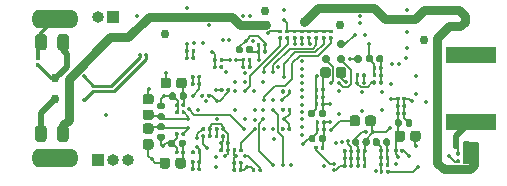
<source format=gbr>
G04 #@! TF.GenerationSoftware,KiCad,Pcbnew,(5.1.6)-1*
G04 #@! TF.CreationDate,2020-09-01T21:00:33-07:00*
G04 #@! TF.ProjectId,MiniDAQ,4d696e69-4441-4512-9e6b-696361645f70,rev?*
G04 #@! TF.SameCoordinates,Original*
G04 #@! TF.FileFunction,Copper,L6,Bot*
G04 #@! TF.FilePolarity,Positive*
%FSLAX46Y46*%
G04 Gerber Fmt 4.6, Leading zero omitted, Abs format (unit mm)*
G04 Created by KiCad (PCBNEW (5.1.6)-1) date 2020-09-01 21:00:33*
%MOMM*%
%LPD*%
G01*
G04 APERTURE LIST*
G04 #@! TA.AperFunction,SMDPad,CuDef*
%ADD10C,0.700000*%
G04 #@! TD*
G04 #@! TA.AperFunction,ComponentPad*
%ADD11O,1.000000X1.000000*%
G04 #@! TD*
G04 #@! TA.AperFunction,ComponentPad*
%ADD12R,1.000000X1.000000*%
G04 #@! TD*
G04 #@! TA.AperFunction,SMDPad,CuDef*
%ADD13R,4.200000X1.350000*%
G04 #@! TD*
G04 #@! TA.AperFunction,ComponentPad*
%ADD14O,4.000000X1.600000*%
G04 #@! TD*
G04 #@! TA.AperFunction,ViaPad*
%ADD15C,0.350000*%
G04 #@! TD*
G04 #@! TA.AperFunction,ViaPad*
%ADD16C,0.762000*%
G04 #@! TD*
G04 #@! TA.AperFunction,Conductor*
%ADD17C,0.203200*%
G04 #@! TD*
G04 #@! TA.AperFunction,Conductor*
%ADD18C,0.508000*%
G04 #@! TD*
G04 #@! TA.AperFunction,Conductor*
%ADD19C,0.304800*%
G04 #@! TD*
G04 #@! TA.AperFunction,Conductor*
%ADD20C,0.152400*%
G04 #@! TD*
G04 #@! TA.AperFunction,Conductor*
%ADD21C,0.762000*%
G04 #@! TD*
G04 #@! TA.AperFunction,Conductor*
%ADD22C,0.279400*%
G04 #@! TD*
G04 APERTURE END LIST*
G04 #@! TA.AperFunction,SMDPad,CuDef*
G36*
G01*
X109949800Y-122418300D02*
X109949800Y-122603300D01*
G75*
G02*
X109872300Y-122680800I-77500J0D01*
G01*
X109717300Y-122680800D01*
G75*
G02*
X109639800Y-122603300I0J77500D01*
G01*
X109639800Y-122418300D01*
G75*
G02*
X109717300Y-122340800I77500J0D01*
G01*
X109872300Y-122340800D01*
G75*
G02*
X109949800Y-122418300I0J-77500D01*
G01*
G37*
G04 #@! TD.AperFunction*
G04 #@! TA.AperFunction,SMDPad,CuDef*
G36*
G01*
X110499800Y-122418300D02*
X110499800Y-122603300D01*
G75*
G02*
X110422300Y-122680800I-77500J0D01*
G01*
X110267300Y-122680800D01*
G75*
G02*
X110189800Y-122603300I0J77500D01*
G01*
X110189800Y-122418300D01*
G75*
G02*
X110267300Y-122340800I77500J0D01*
G01*
X110422300Y-122340800D01*
G75*
G02*
X110499800Y-122418300I0J-77500D01*
G01*
G37*
G04 #@! TD.AperFunction*
G04 #@! TA.AperFunction,SMDPad,CuDef*
G36*
G01*
X114877400Y-116906500D02*
X114877400Y-117091500D01*
G75*
G02*
X114799900Y-117169000I-77500J0D01*
G01*
X114644900Y-117169000D01*
G75*
G02*
X114567400Y-117091500I0J77500D01*
G01*
X114567400Y-116906500D01*
G75*
G02*
X114644900Y-116829000I77500J0D01*
G01*
X114799900Y-116829000D01*
G75*
G02*
X114877400Y-116906500I0J-77500D01*
G01*
G37*
G04 #@! TD.AperFunction*
G04 #@! TA.AperFunction,SMDPad,CuDef*
G36*
G01*
X115427400Y-116906500D02*
X115427400Y-117091500D01*
G75*
G02*
X115349900Y-117169000I-77500J0D01*
G01*
X115194900Y-117169000D01*
G75*
G02*
X115117400Y-117091500I0J77500D01*
G01*
X115117400Y-116906500D01*
G75*
G02*
X115194900Y-116829000I77500J0D01*
G01*
X115349900Y-116829000D01*
G75*
G02*
X115427400Y-116906500I0J-77500D01*
G01*
G37*
G04 #@! TD.AperFunction*
G04 #@! TA.AperFunction,SMDPad,CuDef*
G36*
G01*
X115727000Y-124635300D02*
X115727000Y-124450300D01*
G75*
G02*
X115804500Y-124372800I77500J0D01*
G01*
X115959500Y-124372800D01*
G75*
G02*
X116037000Y-124450300I0J-77500D01*
G01*
X116037000Y-124635300D01*
G75*
G02*
X115959500Y-124712800I-77500J0D01*
G01*
X115804500Y-124712800D01*
G75*
G02*
X115727000Y-124635300I0J77500D01*
G01*
G37*
G04 #@! TD.AperFunction*
G04 #@! TA.AperFunction,SMDPad,CuDef*
G36*
G01*
X115177000Y-124635300D02*
X115177000Y-124450300D01*
G75*
G02*
X115254500Y-124372800I77500J0D01*
G01*
X115409500Y-124372800D01*
G75*
G02*
X115487000Y-124450300I0J-77500D01*
G01*
X115487000Y-124635300D01*
G75*
G02*
X115409500Y-124712800I-77500J0D01*
G01*
X115254500Y-124712800D01*
G75*
G02*
X115177000Y-124635300I0J77500D01*
G01*
G37*
G04 #@! TD.AperFunction*
G04 #@! TA.AperFunction,SMDPad,CuDef*
G36*
G01*
X115461600Y-123866100D02*
X115461600Y-124051100D01*
G75*
G02*
X115384100Y-124128600I-77500J0D01*
G01*
X115229100Y-124128600D01*
G75*
G02*
X115151600Y-124051100I0J77500D01*
G01*
X115151600Y-123866100D01*
G75*
G02*
X115229100Y-123788600I77500J0D01*
G01*
X115384100Y-123788600D01*
G75*
G02*
X115461600Y-123866100I0J-77500D01*
G01*
G37*
G04 #@! TD.AperFunction*
G04 #@! TA.AperFunction,SMDPad,CuDef*
G36*
G01*
X116011600Y-123866100D02*
X116011600Y-124051100D01*
G75*
G02*
X115934100Y-124128600I-77500J0D01*
G01*
X115779100Y-124128600D01*
G75*
G02*
X115701600Y-124051100I0J77500D01*
G01*
X115701600Y-123866100D01*
G75*
G02*
X115779100Y-123788600I77500J0D01*
G01*
X115934100Y-123788600D01*
G75*
G02*
X116011600Y-123866100I0J-77500D01*
G01*
G37*
G04 #@! TD.AperFunction*
D10*
X111924000Y-113773200D03*
X113321000Y-115043200D03*
X111924000Y-115043200D03*
X110654000Y-115043200D03*
D11*
X93864600Y-123603000D03*
X92594600Y-123603000D03*
D12*
X91324600Y-123603000D03*
D11*
X91324600Y-111436400D03*
D12*
X92594600Y-111436400D03*
G04 #@! TA.AperFunction,SMDPad,CuDef*
G36*
G01*
X106663700Y-113073800D02*
X106848700Y-113073800D01*
G75*
G02*
X106926200Y-113151300I0J-77500D01*
G01*
X106926200Y-113306300D01*
G75*
G02*
X106848700Y-113383800I-77500J0D01*
G01*
X106663700Y-113383800D01*
G75*
G02*
X106586200Y-113306300I0J77500D01*
G01*
X106586200Y-113151300D01*
G75*
G02*
X106663700Y-113073800I77500J0D01*
G01*
G37*
G04 #@! TD.AperFunction*
G04 #@! TA.AperFunction,SMDPad,CuDef*
G36*
G01*
X106663700Y-112523800D02*
X106848700Y-112523800D01*
G75*
G02*
X106926200Y-112601300I0J-77500D01*
G01*
X106926200Y-112756300D01*
G75*
G02*
X106848700Y-112833800I-77500J0D01*
G01*
X106663700Y-112833800D01*
G75*
G02*
X106586200Y-112756300I0J77500D01*
G01*
X106586200Y-112601300D01*
G75*
G02*
X106663700Y-112523800I77500J0D01*
G01*
G37*
G04 #@! TD.AperFunction*
G04 #@! TA.AperFunction,SMDPad,CuDef*
G36*
G01*
X110956300Y-113073800D02*
X111141300Y-113073800D01*
G75*
G02*
X111218800Y-113151300I0J-77500D01*
G01*
X111218800Y-113306300D01*
G75*
G02*
X111141300Y-113383800I-77500J0D01*
G01*
X110956300Y-113383800D01*
G75*
G02*
X110878800Y-113306300I0J77500D01*
G01*
X110878800Y-113151300D01*
G75*
G02*
X110956300Y-113073800I77500J0D01*
G01*
G37*
G04 #@! TD.AperFunction*
G04 #@! TA.AperFunction,SMDPad,CuDef*
G36*
G01*
X110956300Y-112523800D02*
X111141300Y-112523800D01*
G75*
G02*
X111218800Y-112601300I0J-77500D01*
G01*
X111218800Y-112756300D01*
G75*
G02*
X111141300Y-112833800I-77500J0D01*
G01*
X110956300Y-112833800D01*
G75*
G02*
X110878800Y-112756300I0J77500D01*
G01*
X110878800Y-112601300D01*
G75*
G02*
X110956300Y-112523800I77500J0D01*
G01*
G37*
G04 #@! TD.AperFunction*
G04 #@! TA.AperFunction,SMDPad,CuDef*
G36*
G01*
X110346700Y-113073800D02*
X110531700Y-113073800D01*
G75*
G02*
X110609200Y-113151300I0J-77500D01*
G01*
X110609200Y-113306300D01*
G75*
G02*
X110531700Y-113383800I-77500J0D01*
G01*
X110346700Y-113383800D01*
G75*
G02*
X110269200Y-113306300I0J77500D01*
G01*
X110269200Y-113151300D01*
G75*
G02*
X110346700Y-113073800I77500J0D01*
G01*
G37*
G04 #@! TD.AperFunction*
G04 #@! TA.AperFunction,SMDPad,CuDef*
G36*
G01*
X110346700Y-112523800D02*
X110531700Y-112523800D01*
G75*
G02*
X110609200Y-112601300I0J-77500D01*
G01*
X110609200Y-112756300D01*
G75*
G02*
X110531700Y-112833800I-77500J0D01*
G01*
X110346700Y-112833800D01*
G75*
G02*
X110269200Y-112756300I0J77500D01*
G01*
X110269200Y-112601300D01*
G75*
G02*
X110346700Y-112523800I77500J0D01*
G01*
G37*
G04 #@! TD.AperFunction*
G04 #@! TA.AperFunction,SMDPad,CuDef*
G36*
G01*
X109711700Y-113073800D02*
X109896700Y-113073800D01*
G75*
G02*
X109974200Y-113151300I0J-77500D01*
G01*
X109974200Y-113306300D01*
G75*
G02*
X109896700Y-113383800I-77500J0D01*
G01*
X109711700Y-113383800D01*
G75*
G02*
X109634200Y-113306300I0J77500D01*
G01*
X109634200Y-113151300D01*
G75*
G02*
X109711700Y-113073800I77500J0D01*
G01*
G37*
G04 #@! TD.AperFunction*
G04 #@! TA.AperFunction,SMDPad,CuDef*
G36*
G01*
X109711700Y-112523800D02*
X109896700Y-112523800D01*
G75*
G02*
X109974200Y-112601300I0J-77500D01*
G01*
X109974200Y-112756300D01*
G75*
G02*
X109896700Y-112833800I-77500J0D01*
G01*
X109711700Y-112833800D01*
G75*
G02*
X109634200Y-112756300I0J77500D01*
G01*
X109634200Y-112601300D01*
G75*
G02*
X109711700Y-112523800I77500J0D01*
G01*
G37*
G04 #@! TD.AperFunction*
G04 #@! TA.AperFunction,SMDPad,CuDef*
G36*
G01*
X109102100Y-113073800D02*
X109287100Y-113073800D01*
G75*
G02*
X109364600Y-113151300I0J-77500D01*
G01*
X109364600Y-113306300D01*
G75*
G02*
X109287100Y-113383800I-77500J0D01*
G01*
X109102100Y-113383800D01*
G75*
G02*
X109024600Y-113306300I0J77500D01*
G01*
X109024600Y-113151300D01*
G75*
G02*
X109102100Y-113073800I77500J0D01*
G01*
G37*
G04 #@! TD.AperFunction*
G04 #@! TA.AperFunction,SMDPad,CuDef*
G36*
G01*
X109102100Y-112523800D02*
X109287100Y-112523800D01*
G75*
G02*
X109364600Y-112601300I0J-77500D01*
G01*
X109364600Y-112756300D01*
G75*
G02*
X109287100Y-112833800I-77500J0D01*
G01*
X109102100Y-112833800D01*
G75*
G02*
X109024600Y-112756300I0J77500D01*
G01*
X109024600Y-112601300D01*
G75*
G02*
X109102100Y-112523800I77500J0D01*
G01*
G37*
G04 #@! TD.AperFunction*
G04 #@! TA.AperFunction,SMDPad,CuDef*
G36*
G01*
X108492500Y-113078200D02*
X108677500Y-113078200D01*
G75*
G02*
X108755000Y-113155700I0J-77500D01*
G01*
X108755000Y-113310700D01*
G75*
G02*
X108677500Y-113388200I-77500J0D01*
G01*
X108492500Y-113388200D01*
G75*
G02*
X108415000Y-113310700I0J77500D01*
G01*
X108415000Y-113155700D01*
G75*
G02*
X108492500Y-113078200I77500J0D01*
G01*
G37*
G04 #@! TD.AperFunction*
G04 #@! TA.AperFunction,SMDPad,CuDef*
G36*
G01*
X108492500Y-112528200D02*
X108677500Y-112528200D01*
G75*
G02*
X108755000Y-112605700I0J-77500D01*
G01*
X108755000Y-112760700D01*
G75*
G02*
X108677500Y-112838200I-77500J0D01*
G01*
X108492500Y-112838200D01*
G75*
G02*
X108415000Y-112760700I0J77500D01*
G01*
X108415000Y-112605700D01*
G75*
G02*
X108492500Y-112528200I77500J0D01*
G01*
G37*
G04 #@! TD.AperFunction*
G04 #@! TA.AperFunction,SMDPad,CuDef*
G36*
G01*
X107882900Y-113073800D02*
X108067900Y-113073800D01*
G75*
G02*
X108145400Y-113151300I0J-77500D01*
G01*
X108145400Y-113306300D01*
G75*
G02*
X108067900Y-113383800I-77500J0D01*
G01*
X107882900Y-113383800D01*
G75*
G02*
X107805400Y-113306300I0J77500D01*
G01*
X107805400Y-113151300D01*
G75*
G02*
X107882900Y-113073800I77500J0D01*
G01*
G37*
G04 #@! TD.AperFunction*
G04 #@! TA.AperFunction,SMDPad,CuDef*
G36*
G01*
X107882900Y-112523800D02*
X108067900Y-112523800D01*
G75*
G02*
X108145400Y-112601300I0J-77500D01*
G01*
X108145400Y-112756300D01*
G75*
G02*
X108067900Y-112833800I-77500J0D01*
G01*
X107882900Y-112833800D01*
G75*
G02*
X107805400Y-112756300I0J77500D01*
G01*
X107805400Y-112601300D01*
G75*
G02*
X107882900Y-112523800I77500J0D01*
G01*
G37*
G04 #@! TD.AperFunction*
G04 #@! TA.AperFunction,SMDPad,CuDef*
G36*
G01*
X107273300Y-113073800D02*
X107458300Y-113073800D01*
G75*
G02*
X107535800Y-113151300I0J-77500D01*
G01*
X107535800Y-113306300D01*
G75*
G02*
X107458300Y-113383800I-77500J0D01*
G01*
X107273300Y-113383800D01*
G75*
G02*
X107195800Y-113306300I0J77500D01*
G01*
X107195800Y-113151300D01*
G75*
G02*
X107273300Y-113073800I77500J0D01*
G01*
G37*
G04 #@! TD.AperFunction*
G04 #@! TA.AperFunction,SMDPad,CuDef*
G36*
G01*
X107273300Y-112523800D02*
X107458300Y-112523800D01*
G75*
G02*
X107535800Y-112601300I0J-77500D01*
G01*
X107535800Y-112756300D01*
G75*
G02*
X107458300Y-112833800I-77500J0D01*
G01*
X107273300Y-112833800D01*
G75*
G02*
X107195800Y-112756300I0J77500D01*
G01*
X107195800Y-112601300D01*
G75*
G02*
X107273300Y-112523800I77500J0D01*
G01*
G37*
G04 #@! TD.AperFunction*
G04 #@! TA.AperFunction,SMDPad,CuDef*
G36*
G01*
X103281000Y-122831900D02*
X103281000Y-122646900D01*
G75*
G02*
X103358500Y-122569400I77500J0D01*
G01*
X103513500Y-122569400D01*
G75*
G02*
X103591000Y-122646900I0J-77500D01*
G01*
X103591000Y-122831900D01*
G75*
G02*
X103513500Y-122909400I-77500J0D01*
G01*
X103358500Y-122909400D01*
G75*
G02*
X103281000Y-122831900I0J77500D01*
G01*
G37*
G04 #@! TD.AperFunction*
G04 #@! TA.AperFunction,SMDPad,CuDef*
G36*
G01*
X102731000Y-122831900D02*
X102731000Y-122646900D01*
G75*
G02*
X102808500Y-122569400I77500J0D01*
G01*
X102963500Y-122569400D01*
G75*
G02*
X103041000Y-122646900I0J-77500D01*
G01*
X103041000Y-122831900D01*
G75*
G02*
X102963500Y-122909400I-77500J0D01*
G01*
X102808500Y-122909400D01*
G75*
G02*
X102731000Y-122831900I0J77500D01*
G01*
G37*
G04 #@! TD.AperFunction*
G04 #@! TA.AperFunction,SMDPad,CuDef*
G36*
G01*
X122217800Y-123739700D02*
X122217800Y-123554700D01*
G75*
G02*
X122295300Y-123477200I77500J0D01*
G01*
X122450300Y-123477200D01*
G75*
G02*
X122527800Y-123554700I0J-77500D01*
G01*
X122527800Y-123739700D01*
G75*
G02*
X122450300Y-123817200I-77500J0D01*
G01*
X122295300Y-123817200D01*
G75*
G02*
X122217800Y-123739700I0J77500D01*
G01*
G37*
G04 #@! TD.AperFunction*
G04 #@! TA.AperFunction,SMDPad,CuDef*
G36*
G01*
X121667800Y-123739700D02*
X121667800Y-123554700D01*
G75*
G02*
X121745300Y-123477200I77500J0D01*
G01*
X121900300Y-123477200D01*
G75*
G02*
X121977800Y-123554700I0J-77500D01*
G01*
X121977800Y-123739700D01*
G75*
G02*
X121900300Y-123817200I-77500J0D01*
G01*
X121745300Y-123817200D01*
G75*
G02*
X121667800Y-123739700I0J77500D01*
G01*
G37*
G04 #@! TD.AperFunction*
G04 #@! TA.AperFunction,SMDPad,CuDef*
G36*
G01*
X99775800Y-122984300D02*
X99775800Y-122799300D01*
G75*
G02*
X99853300Y-122721800I77500J0D01*
G01*
X100008300Y-122721800D01*
G75*
G02*
X100085800Y-122799300I0J-77500D01*
G01*
X100085800Y-122984300D01*
G75*
G02*
X100008300Y-123061800I-77500J0D01*
G01*
X99853300Y-123061800D01*
G75*
G02*
X99775800Y-122984300I0J77500D01*
G01*
G37*
G04 #@! TD.AperFunction*
G04 #@! TA.AperFunction,SMDPad,CuDef*
G36*
G01*
X99225800Y-122984300D02*
X99225800Y-122799300D01*
G75*
G02*
X99303300Y-122721800I77500J0D01*
G01*
X99458300Y-122721800D01*
G75*
G02*
X99535800Y-122799300I0J-77500D01*
G01*
X99535800Y-122984300D01*
G75*
G02*
X99458300Y-123061800I-77500J0D01*
G01*
X99303300Y-123061800D01*
G75*
G02*
X99225800Y-122984300I0J77500D01*
G01*
G37*
G04 #@! TD.AperFunction*
G04 #@! TA.AperFunction,SMDPad,CuDef*
G36*
G01*
X101535200Y-121471900D02*
X101535200Y-121656900D01*
G75*
G02*
X101457700Y-121734400I-77500J0D01*
G01*
X101302700Y-121734400D01*
G75*
G02*
X101225200Y-121656900I0J77500D01*
G01*
X101225200Y-121471900D01*
G75*
G02*
X101302700Y-121394400I77500J0D01*
G01*
X101457700Y-121394400D01*
G75*
G02*
X101535200Y-121471900I0J-77500D01*
G01*
G37*
G04 #@! TD.AperFunction*
G04 #@! TA.AperFunction,SMDPad,CuDef*
G36*
G01*
X102085200Y-121471900D02*
X102085200Y-121656900D01*
G75*
G02*
X102007700Y-121734400I-77500J0D01*
G01*
X101852700Y-121734400D01*
G75*
G02*
X101775200Y-121656900I0J77500D01*
G01*
X101775200Y-121471900D01*
G75*
G02*
X101852700Y-121394400I77500J0D01*
G01*
X102007700Y-121394400D01*
G75*
G02*
X102085200Y-121471900I0J-77500D01*
G01*
G37*
G04 #@! TD.AperFunction*
G04 #@! TA.AperFunction,SMDPad,CuDef*
G36*
G01*
X100563200Y-118209100D02*
X100563200Y-118024100D01*
G75*
G02*
X100640700Y-117946600I77500J0D01*
G01*
X100795700Y-117946600D01*
G75*
G02*
X100873200Y-118024100I0J-77500D01*
G01*
X100873200Y-118209100D01*
G75*
G02*
X100795700Y-118286600I-77500J0D01*
G01*
X100640700Y-118286600D01*
G75*
G02*
X100563200Y-118209100I0J77500D01*
G01*
G37*
G04 #@! TD.AperFunction*
G04 #@! TA.AperFunction,SMDPad,CuDef*
G36*
G01*
X100013200Y-118209100D02*
X100013200Y-118024100D01*
G75*
G02*
X100090700Y-117946600I77500J0D01*
G01*
X100245700Y-117946600D01*
G75*
G02*
X100323200Y-118024100I0J-77500D01*
G01*
X100323200Y-118209100D01*
G75*
G02*
X100245700Y-118286600I-77500J0D01*
G01*
X100090700Y-118286600D01*
G75*
G02*
X100013200Y-118209100I0J77500D01*
G01*
G37*
G04 #@! TD.AperFunction*
G04 #@! TA.AperFunction,SMDPad,CuDef*
G36*
G01*
X100639400Y-121028500D02*
X100639400Y-120843500D01*
G75*
G02*
X100716900Y-120766000I77500J0D01*
G01*
X100871900Y-120766000D01*
G75*
G02*
X100949400Y-120843500I0J-77500D01*
G01*
X100949400Y-121028500D01*
G75*
G02*
X100871900Y-121106000I-77500J0D01*
G01*
X100716900Y-121106000D01*
G75*
G02*
X100639400Y-121028500I0J77500D01*
G01*
G37*
G04 #@! TD.AperFunction*
G04 #@! TA.AperFunction,SMDPad,CuDef*
G36*
G01*
X100089400Y-121028500D02*
X100089400Y-120843500D01*
G75*
G02*
X100166900Y-120766000I77500J0D01*
G01*
X100321900Y-120766000D01*
G75*
G02*
X100399400Y-120843500I0J-77500D01*
G01*
X100399400Y-121028500D01*
G75*
G02*
X100321900Y-121106000I-77500J0D01*
G01*
X100166900Y-121106000D01*
G75*
G02*
X100089400Y-121028500I0J77500D01*
G01*
G37*
G04 #@! TD.AperFunction*
G04 #@! TA.AperFunction,SMDPad,CuDef*
G36*
G01*
X95342700Y-119295200D02*
X95817700Y-119295200D01*
G75*
G02*
X96040200Y-119517700I0J-222500D01*
G01*
X96040200Y-119962700D01*
G75*
G02*
X95817700Y-120185200I-222500J0D01*
G01*
X95342700Y-120185200D01*
G75*
G02*
X95120200Y-119962700I0J222500D01*
G01*
X95120200Y-119517700D01*
G75*
G02*
X95342700Y-119295200I222500J0D01*
G01*
G37*
G04 #@! TD.AperFunction*
G04 #@! TA.AperFunction,SMDPad,CuDef*
G36*
G01*
X95342700Y-117965200D02*
X95817700Y-117965200D01*
G75*
G02*
X96040200Y-118187700I0J-222500D01*
G01*
X96040200Y-118632700D01*
G75*
G02*
X95817700Y-118855200I-222500J0D01*
G01*
X95342700Y-118855200D01*
G75*
G02*
X95120200Y-118632700I0J222500D01*
G01*
X95120200Y-118187700D01*
G75*
G02*
X95342700Y-117965200I222500J0D01*
G01*
G37*
G04 #@! TD.AperFunction*
G04 #@! TA.AperFunction,SMDPad,CuDef*
G36*
G01*
X95817700Y-121344400D02*
X95342700Y-121344400D01*
G75*
G02*
X95120200Y-121121900I0J222500D01*
G01*
X95120200Y-120676900D01*
G75*
G02*
X95342700Y-120454400I222500J0D01*
G01*
X95817700Y-120454400D01*
G75*
G02*
X96040200Y-120676900I0J-222500D01*
G01*
X96040200Y-121121900D01*
G75*
G02*
X95817700Y-121344400I-222500J0D01*
G01*
G37*
G04 #@! TD.AperFunction*
G04 #@! TA.AperFunction,SMDPad,CuDef*
G36*
G01*
X95817700Y-122674400D02*
X95342700Y-122674400D01*
G75*
G02*
X95120200Y-122451900I0J222500D01*
G01*
X95120200Y-122006900D01*
G75*
G02*
X95342700Y-121784400I222500J0D01*
G01*
X95817700Y-121784400D01*
G75*
G02*
X96040200Y-122006900I0J-222500D01*
G01*
X96040200Y-122451900D01*
G75*
G02*
X95817700Y-122674400I-222500J0D01*
G01*
G37*
G04 #@! TD.AperFunction*
G04 #@! TA.AperFunction,SMDPad,CuDef*
G36*
G01*
X87904500Y-114045050D02*
X87904500Y-113132550D01*
G75*
G02*
X88148250Y-112888800I243750J0D01*
G01*
X88635750Y-112888800D01*
G75*
G02*
X88879500Y-113132550I0J-243750D01*
G01*
X88879500Y-114045050D01*
G75*
G02*
X88635750Y-114288800I-243750J0D01*
G01*
X88148250Y-114288800D01*
G75*
G02*
X87904500Y-114045050I0J243750D01*
G01*
G37*
G04 #@! TD.AperFunction*
G04 #@! TA.AperFunction,SMDPad,CuDef*
G36*
G01*
X86029500Y-114045050D02*
X86029500Y-113132550D01*
G75*
G02*
X86273250Y-112888800I243750J0D01*
G01*
X86760750Y-112888800D01*
G75*
G02*
X87004500Y-113132550I0J-243750D01*
G01*
X87004500Y-114045050D01*
G75*
G02*
X86760750Y-114288800I-243750J0D01*
G01*
X86273250Y-114288800D01*
G75*
G02*
X86029500Y-114045050I0J243750D01*
G01*
G37*
G04 #@! TD.AperFunction*
G04 #@! TA.AperFunction,SMDPad,CuDef*
G36*
G01*
X97883000Y-124062500D02*
X97883000Y-123587500D01*
G75*
G02*
X98105500Y-123365000I222500J0D01*
G01*
X98550500Y-123365000D01*
G75*
G02*
X98773000Y-123587500I0J-222500D01*
G01*
X98773000Y-124062500D01*
G75*
G02*
X98550500Y-124285000I-222500J0D01*
G01*
X98105500Y-124285000D01*
G75*
G02*
X97883000Y-124062500I0J222500D01*
G01*
G37*
G04 #@! TD.AperFunction*
G04 #@! TA.AperFunction,SMDPad,CuDef*
G36*
G01*
X96553000Y-124062500D02*
X96553000Y-123587500D01*
G75*
G02*
X96775500Y-123365000I222500J0D01*
G01*
X97220500Y-123365000D01*
G75*
G02*
X97443000Y-123587500I0J-222500D01*
G01*
X97443000Y-124062500D01*
G75*
G02*
X97220500Y-124285000I-222500J0D01*
G01*
X96775500Y-124285000D01*
G75*
G02*
X96553000Y-124062500I0J222500D01*
G01*
G37*
G04 #@! TD.AperFunction*
G04 #@! TA.AperFunction,SMDPad,CuDef*
G36*
G01*
X97959200Y-117280700D02*
X97959200Y-116805700D01*
G75*
G02*
X98181700Y-116583200I222500J0D01*
G01*
X98626700Y-116583200D01*
G75*
G02*
X98849200Y-116805700I0J-222500D01*
G01*
X98849200Y-117280700D01*
G75*
G02*
X98626700Y-117503200I-222500J0D01*
G01*
X98181700Y-117503200D01*
G75*
G02*
X97959200Y-117280700I0J222500D01*
G01*
G37*
G04 #@! TD.AperFunction*
G04 #@! TA.AperFunction,SMDPad,CuDef*
G36*
G01*
X96629200Y-117280700D02*
X96629200Y-116805700D01*
G75*
G02*
X96851700Y-116583200I222500J0D01*
G01*
X97296700Y-116583200D01*
G75*
G02*
X97519200Y-116805700I0J-222500D01*
G01*
X97519200Y-117280700D01*
G75*
G02*
X97296700Y-117503200I-222500J0D01*
G01*
X96851700Y-117503200D01*
G75*
G02*
X96629200Y-117280700I0J222500D01*
G01*
G37*
G04 #@! TD.AperFunction*
G04 #@! TA.AperFunction,SMDPad,CuDef*
G36*
G01*
X86001800Y-121792050D02*
X86001800Y-120879550D01*
G75*
G02*
X86245550Y-120635800I243750J0D01*
G01*
X86733050Y-120635800D01*
G75*
G02*
X86976800Y-120879550I0J-243750D01*
G01*
X86976800Y-121792050D01*
G75*
G02*
X86733050Y-122035800I-243750J0D01*
G01*
X86245550Y-122035800D01*
G75*
G02*
X86001800Y-121792050I0J243750D01*
G01*
G37*
G04 #@! TD.AperFunction*
G04 #@! TA.AperFunction,SMDPad,CuDef*
G36*
G01*
X87876800Y-121792050D02*
X87876800Y-120879550D01*
G75*
G02*
X88120550Y-120635800I243750J0D01*
G01*
X88608050Y-120635800D01*
G75*
G02*
X88851800Y-120879550I0J-243750D01*
G01*
X88851800Y-121792050D01*
G75*
G02*
X88608050Y-122035800I-243750J0D01*
G01*
X88120550Y-122035800D01*
G75*
G02*
X87876800Y-121792050I0J243750D01*
G01*
G37*
G04 #@! TD.AperFunction*
G04 #@! TA.AperFunction,SMDPad,CuDef*
G36*
G01*
X111032000Y-115916700D02*
X111032000Y-116391700D01*
G75*
G02*
X110809500Y-116614200I-222500J0D01*
G01*
X110364500Y-116614200D01*
G75*
G02*
X110142000Y-116391700I0J222500D01*
G01*
X110142000Y-115916700D01*
G75*
G02*
X110364500Y-115694200I222500J0D01*
G01*
X110809500Y-115694200D01*
G75*
G02*
X111032000Y-115916700I0J-222500D01*
G01*
G37*
G04 #@! TD.AperFunction*
G04 #@! TA.AperFunction,SMDPad,CuDef*
G36*
G01*
X112362000Y-115916700D02*
X112362000Y-116391700D01*
G75*
G02*
X112139500Y-116614200I-222500J0D01*
G01*
X111694500Y-116614200D01*
G75*
G02*
X111472000Y-116391700I0J222500D01*
G01*
X111472000Y-115916700D01*
G75*
G02*
X111694500Y-115694200I222500J0D01*
G01*
X112139500Y-115694200D01*
G75*
G02*
X112362000Y-115916700I0J-222500D01*
G01*
G37*
G04 #@! TD.AperFunction*
G04 #@! TA.AperFunction,SMDPad,CuDef*
G36*
G01*
X113961200Y-120481100D02*
X113961200Y-120006100D01*
G75*
G02*
X114183700Y-119783600I222500J0D01*
G01*
X114628700Y-119783600D01*
G75*
G02*
X114851200Y-120006100I0J-222500D01*
G01*
X114851200Y-120481100D01*
G75*
G02*
X114628700Y-120703600I-222500J0D01*
G01*
X114183700Y-120703600D01*
G75*
G02*
X113961200Y-120481100I0J222500D01*
G01*
G37*
G04 #@! TD.AperFunction*
G04 #@! TA.AperFunction,SMDPad,CuDef*
G36*
G01*
X112631200Y-120481100D02*
X112631200Y-120006100D01*
G75*
G02*
X112853700Y-119783600I222500J0D01*
G01*
X113298700Y-119783600D01*
G75*
G02*
X113521200Y-120006100I0J-222500D01*
G01*
X113521200Y-120481100D01*
G75*
G02*
X113298700Y-120703600I-222500J0D01*
G01*
X112853700Y-120703600D01*
G75*
G02*
X112631200Y-120481100I0J222500D01*
G01*
G37*
G04 #@! TD.AperFunction*
G04 #@! TA.AperFunction,SMDPad,CuDef*
G36*
G01*
X117331200Y-121301500D02*
X117331200Y-121776500D01*
G75*
G02*
X117108700Y-121999000I-222500J0D01*
G01*
X116663700Y-121999000D01*
G75*
G02*
X116441200Y-121776500I0J222500D01*
G01*
X116441200Y-121301500D01*
G75*
G02*
X116663700Y-121079000I222500J0D01*
G01*
X117108700Y-121079000D01*
G75*
G02*
X117331200Y-121301500I0J-222500D01*
G01*
G37*
G04 #@! TD.AperFunction*
G04 #@! TA.AperFunction,SMDPad,CuDef*
G36*
G01*
X118661200Y-121301500D02*
X118661200Y-121776500D01*
G75*
G02*
X118438700Y-121999000I-222500J0D01*
G01*
X117993700Y-121999000D01*
G75*
G02*
X117771200Y-121776500I0J222500D01*
G01*
X117771200Y-121301500D01*
G75*
G02*
X117993700Y-121079000I222500J0D01*
G01*
X118438700Y-121079000D01*
G75*
G02*
X118661200Y-121301500I0J-222500D01*
G01*
G37*
G04 #@! TD.AperFunction*
D13*
X122885200Y-114675400D03*
X122885200Y-120325400D03*
D14*
X87666200Y-123350000D03*
X87666200Y-111650000D03*
G04 #@! TA.AperFunction,SMDPad,CuDef*
G36*
G01*
X121973400Y-122945100D02*
X121973400Y-123130100D01*
G75*
G02*
X121895900Y-123207600I-77500J0D01*
G01*
X121740900Y-123207600D01*
G75*
G02*
X121663400Y-123130100I0J77500D01*
G01*
X121663400Y-122945100D01*
G75*
G02*
X121740900Y-122867600I77500J0D01*
G01*
X121895900Y-122867600D01*
G75*
G02*
X121973400Y-122945100I0J-77500D01*
G01*
G37*
G04 #@! TD.AperFunction*
G04 #@! TA.AperFunction,SMDPad,CuDef*
G36*
G01*
X122523400Y-122945100D02*
X122523400Y-123130100D01*
G75*
G02*
X122445900Y-123207600I-77500J0D01*
G01*
X122290900Y-123207600D01*
G75*
G02*
X122213400Y-123130100I0J77500D01*
G01*
X122213400Y-122945100D01*
G75*
G02*
X122290900Y-122867600I77500J0D01*
G01*
X122445900Y-122867600D01*
G75*
G02*
X122523400Y-122945100I0J-77500D01*
G01*
G37*
G04 #@! TD.AperFunction*
G04 #@! TA.AperFunction,SMDPad,CuDef*
G36*
G01*
X121942800Y-122105600D02*
X121942800Y-122445600D01*
G75*
G02*
X121797800Y-122590600I-145000J0D01*
G01*
X121507800Y-122590600D01*
G75*
G02*
X121362800Y-122445600I0J145000D01*
G01*
X121362800Y-122105600D01*
G75*
G02*
X121507800Y-121960600I145000J0D01*
G01*
X121797800Y-121960600D01*
G75*
G02*
X121942800Y-122105600I0J-145000D01*
G01*
G37*
G04 #@! TD.AperFunction*
G04 #@! TA.AperFunction,SMDPad,CuDef*
G36*
G01*
X122832800Y-122105600D02*
X122832800Y-122445600D01*
G75*
G02*
X122687800Y-122590600I-145000J0D01*
G01*
X122397800Y-122590600D01*
G75*
G02*
X122252800Y-122445600I0J145000D01*
G01*
X122252800Y-122105600D01*
G75*
G02*
X122397800Y-121960600I145000J0D01*
G01*
X122687800Y-121960600D01*
G75*
G02*
X122832800Y-122105600I0J-145000D01*
G01*
G37*
G04 #@! TD.AperFunction*
G04 #@! TA.AperFunction,SMDPad,CuDef*
G36*
G01*
X104666600Y-124323300D02*
X104666600Y-124508300D01*
G75*
G02*
X104589100Y-124585800I-77500J0D01*
G01*
X104434100Y-124585800D01*
G75*
G02*
X104356600Y-124508300I0J77500D01*
G01*
X104356600Y-124323300D01*
G75*
G02*
X104434100Y-124245800I77500J0D01*
G01*
X104589100Y-124245800D01*
G75*
G02*
X104666600Y-124323300I0J-77500D01*
G01*
G37*
G04 #@! TD.AperFunction*
G04 #@! TA.AperFunction,SMDPad,CuDef*
G36*
G01*
X105216600Y-124323300D02*
X105216600Y-124508300D01*
G75*
G02*
X105139100Y-124585800I-77500J0D01*
G01*
X104984100Y-124585800D01*
G75*
G02*
X104906600Y-124508300I0J77500D01*
G01*
X104906600Y-124323300D01*
G75*
G02*
X104984100Y-124245800I77500J0D01*
G01*
X105139100Y-124245800D01*
G75*
G02*
X105216600Y-124323300I0J-77500D01*
G01*
G37*
G04 #@! TD.AperFunction*
G04 #@! TA.AperFunction,SMDPad,CuDef*
G36*
G01*
X99750400Y-116608900D02*
X99750400Y-116423900D01*
G75*
G02*
X99827900Y-116346400I77500J0D01*
G01*
X99982900Y-116346400D01*
G75*
G02*
X100060400Y-116423900I0J-77500D01*
G01*
X100060400Y-116608900D01*
G75*
G02*
X99982900Y-116686400I-77500J0D01*
G01*
X99827900Y-116686400D01*
G75*
G02*
X99750400Y-116608900I0J77500D01*
G01*
G37*
G04 #@! TD.AperFunction*
G04 #@! TA.AperFunction,SMDPad,CuDef*
G36*
G01*
X99200400Y-116608900D02*
X99200400Y-116423900D01*
G75*
G02*
X99277900Y-116346400I77500J0D01*
G01*
X99432900Y-116346400D01*
G75*
G02*
X99510400Y-116423900I0J-77500D01*
G01*
X99510400Y-116608900D01*
G75*
G02*
X99432900Y-116686400I-77500J0D01*
G01*
X99277900Y-116686400D01*
G75*
G02*
X99200400Y-116608900I0J77500D01*
G01*
G37*
G04 #@! TD.AperFunction*
G04 #@! TA.AperFunction,SMDPad,CuDef*
G36*
G01*
X107395800Y-119402900D02*
X107395800Y-119217900D01*
G75*
G02*
X107473300Y-119140400I77500J0D01*
G01*
X107628300Y-119140400D01*
G75*
G02*
X107705800Y-119217900I0J-77500D01*
G01*
X107705800Y-119402900D01*
G75*
G02*
X107628300Y-119480400I-77500J0D01*
G01*
X107473300Y-119480400D01*
G75*
G02*
X107395800Y-119402900I0J77500D01*
G01*
G37*
G04 #@! TD.AperFunction*
G04 #@! TA.AperFunction,SMDPad,CuDef*
G36*
G01*
X106845800Y-119402900D02*
X106845800Y-119217900D01*
G75*
G02*
X106923300Y-119140400I77500J0D01*
G01*
X107078300Y-119140400D01*
G75*
G02*
X107155800Y-119217900I0J-77500D01*
G01*
X107155800Y-119402900D01*
G75*
G02*
X107078300Y-119480400I-77500J0D01*
G01*
X106923300Y-119480400D01*
G75*
G02*
X106845800Y-119402900I0J77500D01*
G01*
G37*
G04 #@! TD.AperFunction*
G04 #@! TA.AperFunction,SMDPad,CuDef*
G36*
G01*
X100639400Y-121638100D02*
X100639400Y-121453100D01*
G75*
G02*
X100716900Y-121375600I77500J0D01*
G01*
X100871900Y-121375600D01*
G75*
G02*
X100949400Y-121453100I0J-77500D01*
G01*
X100949400Y-121638100D01*
G75*
G02*
X100871900Y-121715600I-77500J0D01*
G01*
X100716900Y-121715600D01*
G75*
G02*
X100639400Y-121638100I0J77500D01*
G01*
G37*
G04 #@! TD.AperFunction*
G04 #@! TA.AperFunction,SMDPad,CuDef*
G36*
G01*
X100089400Y-121638100D02*
X100089400Y-121453100D01*
G75*
G02*
X100166900Y-121375600I77500J0D01*
G01*
X100321900Y-121375600D01*
G75*
G02*
X100399400Y-121453100I0J-77500D01*
G01*
X100399400Y-121638100D01*
G75*
G02*
X100321900Y-121715600I-77500J0D01*
G01*
X100166900Y-121715600D01*
G75*
G02*
X100089400Y-121638100I0J77500D01*
G01*
G37*
G04 #@! TD.AperFunction*
G04 #@! TA.AperFunction,SMDPad,CuDef*
G36*
G01*
X107370400Y-121028500D02*
X107370400Y-120843500D01*
G75*
G02*
X107447900Y-120766000I77500J0D01*
G01*
X107602900Y-120766000D01*
G75*
G02*
X107680400Y-120843500I0J-77500D01*
G01*
X107680400Y-121028500D01*
G75*
G02*
X107602900Y-121106000I-77500J0D01*
G01*
X107447900Y-121106000D01*
G75*
G02*
X107370400Y-121028500I0J77500D01*
G01*
G37*
G04 #@! TD.AperFunction*
G04 #@! TA.AperFunction,SMDPad,CuDef*
G36*
G01*
X106820400Y-121028500D02*
X106820400Y-120843500D01*
G75*
G02*
X106897900Y-120766000I77500J0D01*
G01*
X107052900Y-120766000D01*
G75*
G02*
X107130400Y-120843500I0J-77500D01*
G01*
X107130400Y-121028500D01*
G75*
G02*
X107052900Y-121106000I-77500J0D01*
G01*
X106897900Y-121106000D01*
G75*
G02*
X106820400Y-121028500I0J77500D01*
G01*
G37*
G04 #@! TD.AperFunction*
G04 #@! TA.AperFunction,SMDPad,CuDef*
G36*
G01*
X101390000Y-115001500D02*
X101390000Y-115186500D01*
G75*
G02*
X101312500Y-115264000I-77500J0D01*
G01*
X101157500Y-115264000D01*
G75*
G02*
X101080000Y-115186500I0J77500D01*
G01*
X101080000Y-115001500D01*
G75*
G02*
X101157500Y-114924000I77500J0D01*
G01*
X101312500Y-114924000D01*
G75*
G02*
X101390000Y-115001500I0J-77500D01*
G01*
G37*
G04 #@! TD.AperFunction*
G04 #@! TA.AperFunction,SMDPad,CuDef*
G36*
G01*
X101940000Y-115001500D02*
X101940000Y-115186500D01*
G75*
G02*
X101862500Y-115264000I-77500J0D01*
G01*
X101707500Y-115264000D01*
G75*
G02*
X101630000Y-115186500I0J77500D01*
G01*
X101630000Y-115001500D01*
G75*
G02*
X101707500Y-114924000I77500J0D01*
G01*
X101862500Y-114924000D01*
G75*
G02*
X101940000Y-115001500I0J-77500D01*
G01*
G37*
G04 #@! TD.AperFunction*
G04 #@! TA.AperFunction,SMDPad,CuDef*
G36*
G01*
X105326800Y-114494100D02*
X105326800Y-114309100D01*
G75*
G02*
X105404300Y-114231600I77500J0D01*
G01*
X105559300Y-114231600D01*
G75*
G02*
X105636800Y-114309100I0J-77500D01*
G01*
X105636800Y-114494100D01*
G75*
G02*
X105559300Y-114571600I-77500J0D01*
G01*
X105404300Y-114571600D01*
G75*
G02*
X105326800Y-114494100I0J77500D01*
G01*
G37*
G04 #@! TD.AperFunction*
G04 #@! TA.AperFunction,SMDPad,CuDef*
G36*
G01*
X104776800Y-114494100D02*
X104776800Y-114309100D01*
G75*
G02*
X104854300Y-114231600I77500J0D01*
G01*
X105009300Y-114231600D01*
G75*
G02*
X105086800Y-114309100I0J-77500D01*
G01*
X105086800Y-114494100D01*
G75*
G02*
X105009300Y-114571600I-77500J0D01*
G01*
X104854300Y-114571600D01*
G75*
G02*
X104776800Y-114494100I0J77500D01*
G01*
G37*
G04 #@! TD.AperFunction*
G04 #@! TA.AperFunction,SMDPad,CuDef*
G36*
G01*
X105326800Y-113909900D02*
X105326800Y-113724900D01*
G75*
G02*
X105404300Y-113647400I77500J0D01*
G01*
X105559300Y-113647400D01*
G75*
G02*
X105636800Y-113724900I0J-77500D01*
G01*
X105636800Y-113909900D01*
G75*
G02*
X105559300Y-113987400I-77500J0D01*
G01*
X105404300Y-113987400D01*
G75*
G02*
X105326800Y-113909900I0J77500D01*
G01*
G37*
G04 #@! TD.AperFunction*
G04 #@! TA.AperFunction,SMDPad,CuDef*
G36*
G01*
X104776800Y-113909900D02*
X104776800Y-113724900D01*
G75*
G02*
X104854300Y-113647400I77500J0D01*
G01*
X105009300Y-113647400D01*
G75*
G02*
X105086800Y-113724900I0J-77500D01*
G01*
X105086800Y-113909900D01*
G75*
G02*
X105009300Y-113987400I-77500J0D01*
G01*
X104854300Y-113987400D01*
G75*
G02*
X104776800Y-113909900I0J77500D01*
G01*
G37*
G04 #@! TD.AperFunction*
G04 #@! TA.AperFunction,SMDPad,CuDef*
G36*
G01*
X102214200Y-117726500D02*
X102214200Y-117541500D01*
G75*
G02*
X102291700Y-117464000I77500J0D01*
G01*
X102446700Y-117464000D01*
G75*
G02*
X102524200Y-117541500I0J-77500D01*
G01*
X102524200Y-117726500D01*
G75*
G02*
X102446700Y-117804000I-77500J0D01*
G01*
X102291700Y-117804000D01*
G75*
G02*
X102214200Y-117726500I0J77500D01*
G01*
G37*
G04 #@! TD.AperFunction*
G04 #@! TA.AperFunction,SMDPad,CuDef*
G36*
G01*
X101664200Y-117726500D02*
X101664200Y-117541500D01*
G75*
G02*
X101741700Y-117464000I77500J0D01*
G01*
X101896700Y-117464000D01*
G75*
G02*
X101974200Y-117541500I0J-77500D01*
G01*
X101974200Y-117726500D01*
G75*
G02*
X101896700Y-117804000I-77500J0D01*
G01*
X101741700Y-117804000D01*
G75*
G02*
X101664200Y-117726500I0J77500D01*
G01*
G37*
G04 #@! TD.AperFunction*
G04 #@! TA.AperFunction,SMDPad,CuDef*
G36*
G01*
X99750400Y-117218500D02*
X99750400Y-117033500D01*
G75*
G02*
X99827900Y-116956000I77500J0D01*
G01*
X99982900Y-116956000D01*
G75*
G02*
X100060400Y-117033500I0J-77500D01*
G01*
X100060400Y-117218500D01*
G75*
G02*
X99982900Y-117296000I-77500J0D01*
G01*
X99827900Y-117296000D01*
G75*
G02*
X99750400Y-117218500I0J77500D01*
G01*
G37*
G04 #@! TD.AperFunction*
G04 #@! TA.AperFunction,SMDPad,CuDef*
G36*
G01*
X99200400Y-117218500D02*
X99200400Y-117033500D01*
G75*
G02*
X99277900Y-116956000I77500J0D01*
G01*
X99432900Y-116956000D01*
G75*
G02*
X99510400Y-117033500I0J-77500D01*
G01*
X99510400Y-117218500D01*
G75*
G02*
X99432900Y-117296000I-77500J0D01*
G01*
X99277900Y-117296000D01*
G75*
G02*
X99200400Y-117218500I0J77500D01*
G01*
G37*
G04 #@! TD.AperFunction*
G04 #@! TA.AperFunction,SMDPad,CuDef*
G36*
G01*
X103578600Y-114053800D02*
X103578600Y-114393800D01*
G75*
G02*
X103433600Y-114538800I-145000J0D01*
G01*
X103143600Y-114538800D01*
G75*
G02*
X102998600Y-114393800I0J145000D01*
G01*
X102998600Y-114053800D01*
G75*
G02*
X103143600Y-113908800I145000J0D01*
G01*
X103433600Y-113908800D01*
G75*
G02*
X103578600Y-114053800I0J-145000D01*
G01*
G37*
G04 #@! TD.AperFunction*
G04 #@! TA.AperFunction,SMDPad,CuDef*
G36*
G01*
X104468600Y-114053800D02*
X104468600Y-114393800D01*
G75*
G02*
X104323600Y-114538800I-145000J0D01*
G01*
X104033600Y-114538800D01*
G75*
G02*
X103888600Y-114393800I0J145000D01*
G01*
X103888600Y-114053800D01*
G75*
G02*
X104033600Y-113908800I145000J0D01*
G01*
X104323600Y-113908800D01*
G75*
G02*
X104468600Y-114053800I0J-145000D01*
G01*
G37*
G04 #@! TD.AperFunction*
G04 #@! TA.AperFunction,SMDPad,CuDef*
G36*
G01*
X103777600Y-115604500D02*
X103777600Y-115789500D01*
G75*
G02*
X103700100Y-115867000I-77500J0D01*
G01*
X103545100Y-115867000D01*
G75*
G02*
X103467600Y-115789500I0J77500D01*
G01*
X103467600Y-115604500D01*
G75*
G02*
X103545100Y-115527000I77500J0D01*
G01*
X103700100Y-115527000D01*
G75*
G02*
X103777600Y-115604500I0J-77500D01*
G01*
G37*
G04 #@! TD.AperFunction*
G04 #@! TA.AperFunction,SMDPad,CuDef*
G36*
G01*
X104327600Y-115604500D02*
X104327600Y-115789500D01*
G75*
G02*
X104250100Y-115867000I-77500J0D01*
G01*
X104095100Y-115867000D01*
G75*
G02*
X104017600Y-115789500I0J77500D01*
G01*
X104017600Y-115604500D01*
G75*
G02*
X104095100Y-115527000I77500J0D01*
G01*
X104250100Y-115527000D01*
G75*
G02*
X104327600Y-115604500I0J-77500D01*
G01*
G37*
G04 #@! TD.AperFunction*
G04 #@! TA.AperFunction,SMDPad,CuDef*
G36*
G01*
X103777600Y-114994900D02*
X103777600Y-115179900D01*
G75*
G02*
X103700100Y-115257400I-77500J0D01*
G01*
X103545100Y-115257400D01*
G75*
G02*
X103467600Y-115179900I0J77500D01*
G01*
X103467600Y-114994900D01*
G75*
G02*
X103545100Y-114917400I77500J0D01*
G01*
X103700100Y-114917400D01*
G75*
G02*
X103777600Y-114994900I0J-77500D01*
G01*
G37*
G04 #@! TD.AperFunction*
G04 #@! TA.AperFunction,SMDPad,CuDef*
G36*
G01*
X104327600Y-114994900D02*
X104327600Y-115179900D01*
G75*
G02*
X104250100Y-115257400I-77500J0D01*
G01*
X104095100Y-115257400D01*
G75*
G02*
X104017600Y-115179900I0J77500D01*
G01*
X104017600Y-114994900D01*
G75*
G02*
X104095100Y-114917400I77500J0D01*
G01*
X104250100Y-114917400D01*
G75*
G02*
X104327600Y-114994900I0J-77500D01*
G01*
G37*
G04 #@! TD.AperFunction*
G04 #@! TA.AperFunction,SMDPad,CuDef*
G36*
G01*
X106845800Y-117853500D02*
X106845800Y-117668500D01*
G75*
G02*
X106923300Y-117591000I77500J0D01*
G01*
X107078300Y-117591000D01*
G75*
G02*
X107155800Y-117668500I0J-77500D01*
G01*
X107155800Y-117853500D01*
G75*
G02*
X107078300Y-117931000I-77500J0D01*
G01*
X106923300Y-117931000D01*
G75*
G02*
X106845800Y-117853500I0J77500D01*
G01*
G37*
G04 #@! TD.AperFunction*
G04 #@! TA.AperFunction,SMDPad,CuDef*
G36*
G01*
X107395800Y-117853500D02*
X107395800Y-117668500D01*
G75*
G02*
X107473300Y-117591000I77500J0D01*
G01*
X107628300Y-117591000D01*
G75*
G02*
X107705800Y-117668500I0J-77500D01*
G01*
X107705800Y-117853500D01*
G75*
G02*
X107628300Y-117931000I-77500J0D01*
G01*
X107473300Y-117931000D01*
G75*
G02*
X107395800Y-117853500I0J77500D01*
G01*
G37*
G04 #@! TD.AperFunction*
G04 #@! TA.AperFunction,SMDPad,CuDef*
G36*
G01*
X101770800Y-121021900D02*
X101770800Y-120836900D01*
G75*
G02*
X101848300Y-120759400I77500J0D01*
G01*
X102003300Y-120759400D01*
G75*
G02*
X102080800Y-120836900I0J-77500D01*
G01*
X102080800Y-121021900D01*
G75*
G02*
X102003300Y-121099400I-77500J0D01*
G01*
X101848300Y-121099400D01*
G75*
G02*
X101770800Y-121021900I0J77500D01*
G01*
G37*
G04 #@! TD.AperFunction*
G04 #@! TA.AperFunction,SMDPad,CuDef*
G36*
G01*
X101220800Y-121021900D02*
X101220800Y-120836900D01*
G75*
G02*
X101298300Y-120759400I77500J0D01*
G01*
X101453300Y-120759400D01*
G75*
G02*
X101530800Y-120836900I0J-77500D01*
G01*
X101530800Y-121021900D01*
G75*
G02*
X101453300Y-121099400I-77500J0D01*
G01*
X101298300Y-121099400D01*
G75*
G02*
X101220800Y-121021900I0J77500D01*
G01*
G37*
G04 #@! TD.AperFunction*
G04 #@! TA.AperFunction,SMDPad,CuDef*
G36*
G01*
X99750400Y-123815900D02*
X99750400Y-123630900D01*
G75*
G02*
X99827900Y-123553400I77500J0D01*
G01*
X99982900Y-123553400D01*
G75*
G02*
X100060400Y-123630900I0J-77500D01*
G01*
X100060400Y-123815900D01*
G75*
G02*
X99982900Y-123893400I-77500J0D01*
G01*
X99827900Y-123893400D01*
G75*
G02*
X99750400Y-123815900I0J77500D01*
G01*
G37*
G04 #@! TD.AperFunction*
G04 #@! TA.AperFunction,SMDPad,CuDef*
G36*
G01*
X99200400Y-123815900D02*
X99200400Y-123630900D01*
G75*
G02*
X99277900Y-123553400I77500J0D01*
G01*
X99432900Y-123553400D01*
G75*
G02*
X99510400Y-123630900I0J-77500D01*
G01*
X99510400Y-123815900D01*
G75*
G02*
X99432900Y-123893400I-77500J0D01*
G01*
X99277900Y-123893400D01*
G75*
G02*
X99200400Y-123815900I0J77500D01*
G01*
G37*
G04 #@! TD.AperFunction*
G04 #@! TA.AperFunction,SMDPad,CuDef*
G36*
G01*
X99750400Y-124432100D02*
X99750400Y-124247100D01*
G75*
G02*
X99827900Y-124169600I77500J0D01*
G01*
X99982900Y-124169600D01*
G75*
G02*
X100060400Y-124247100I0J-77500D01*
G01*
X100060400Y-124432100D01*
G75*
G02*
X99982900Y-124509600I-77500J0D01*
G01*
X99827900Y-124509600D01*
G75*
G02*
X99750400Y-124432100I0J77500D01*
G01*
G37*
G04 #@! TD.AperFunction*
G04 #@! TA.AperFunction,SMDPad,CuDef*
G36*
G01*
X99200400Y-124432100D02*
X99200400Y-124247100D01*
G75*
G02*
X99277900Y-124169600I77500J0D01*
G01*
X99432900Y-124169600D01*
G75*
G02*
X99510400Y-124247100I0J-77500D01*
G01*
X99510400Y-124432100D01*
G75*
G02*
X99432900Y-124509600I-77500J0D01*
G01*
X99277900Y-124509600D01*
G75*
G02*
X99200400Y-124432100I0J77500D01*
G01*
G37*
G04 #@! TD.AperFunction*
G04 #@! TA.AperFunction,SMDPad,CuDef*
G36*
G01*
X96842400Y-119275800D02*
X96502400Y-119275800D01*
G75*
G02*
X96357400Y-119130800I0J145000D01*
G01*
X96357400Y-118840800D01*
G75*
G02*
X96502400Y-118695800I145000J0D01*
G01*
X96842400Y-118695800D01*
G75*
G02*
X96987400Y-118840800I0J-145000D01*
G01*
X96987400Y-119130800D01*
G75*
G02*
X96842400Y-119275800I-145000J0D01*
G01*
G37*
G04 #@! TD.AperFunction*
G04 #@! TA.AperFunction,SMDPad,CuDef*
G36*
G01*
X96842400Y-120165800D02*
X96502400Y-120165800D01*
G75*
G02*
X96357400Y-120020800I0J145000D01*
G01*
X96357400Y-119730800D01*
G75*
G02*
X96502400Y-119585800I145000J0D01*
G01*
X96842400Y-119585800D01*
G75*
G02*
X96987400Y-119730800I0J-145000D01*
G01*
X96987400Y-120020800D01*
G75*
G02*
X96842400Y-120165800I-145000J0D01*
G01*
G37*
G04 #@! TD.AperFunction*
G04 #@! TA.AperFunction,SMDPad,CuDef*
G36*
G01*
X98178000Y-119439900D02*
X98178000Y-119624900D01*
G75*
G02*
X98100500Y-119702400I-77500J0D01*
G01*
X97945500Y-119702400D01*
G75*
G02*
X97868000Y-119624900I0J77500D01*
G01*
X97868000Y-119439900D01*
G75*
G02*
X97945500Y-119362400I77500J0D01*
G01*
X98100500Y-119362400D01*
G75*
G02*
X98178000Y-119439900I0J-77500D01*
G01*
G37*
G04 #@! TD.AperFunction*
G04 #@! TA.AperFunction,SMDPad,CuDef*
G36*
G01*
X98728000Y-119439900D02*
X98728000Y-119624900D01*
G75*
G02*
X98650500Y-119702400I-77500J0D01*
G01*
X98495500Y-119702400D01*
G75*
G02*
X98418000Y-119624900I0J77500D01*
G01*
X98418000Y-119439900D01*
G75*
G02*
X98495500Y-119362400I77500J0D01*
G01*
X98650500Y-119362400D01*
G75*
G02*
X98728000Y-119439900I0J-77500D01*
G01*
G37*
G04 #@! TD.AperFunction*
G04 #@! TA.AperFunction,SMDPad,CuDef*
G36*
G01*
X101390000Y-115604500D02*
X101390000Y-115789500D01*
G75*
G02*
X101312500Y-115867000I-77500J0D01*
G01*
X101157500Y-115867000D01*
G75*
G02*
X101080000Y-115789500I0J77500D01*
G01*
X101080000Y-115604500D01*
G75*
G02*
X101157500Y-115527000I77500J0D01*
G01*
X101312500Y-115527000D01*
G75*
G02*
X101390000Y-115604500I0J-77500D01*
G01*
G37*
G04 #@! TD.AperFunction*
G04 #@! TA.AperFunction,SMDPad,CuDef*
G36*
G01*
X101940000Y-115604500D02*
X101940000Y-115789500D01*
G75*
G02*
X101862500Y-115867000I-77500J0D01*
G01*
X101707500Y-115867000D01*
G75*
G02*
X101630000Y-115789500I0J77500D01*
G01*
X101630000Y-115604500D01*
G75*
G02*
X101707500Y-115527000I77500J0D01*
G01*
X101862500Y-115527000D01*
G75*
G02*
X101940000Y-115604500I0J-77500D01*
G01*
G37*
G04 #@! TD.AperFunction*
G04 #@! TA.AperFunction,SMDPad,CuDef*
G36*
G01*
X102163400Y-122215700D02*
X102163400Y-122030700D01*
G75*
G02*
X102240900Y-121953200I77500J0D01*
G01*
X102395900Y-121953200D01*
G75*
G02*
X102473400Y-122030700I0J-77500D01*
G01*
X102473400Y-122215700D01*
G75*
G02*
X102395900Y-122293200I-77500J0D01*
G01*
X102240900Y-122293200D01*
G75*
G02*
X102163400Y-122215700I0J77500D01*
G01*
G37*
G04 #@! TD.AperFunction*
G04 #@! TA.AperFunction,SMDPad,CuDef*
G36*
G01*
X101613400Y-122215700D02*
X101613400Y-122030700D01*
G75*
G02*
X101690900Y-121953200I77500J0D01*
G01*
X101845900Y-121953200D01*
G75*
G02*
X101923400Y-122030700I0J-77500D01*
G01*
X101923400Y-122215700D01*
G75*
G02*
X101845900Y-122293200I-77500J0D01*
G01*
X101690900Y-122293200D01*
G75*
G02*
X101613400Y-122215700I0J77500D01*
G01*
G37*
G04 #@! TD.AperFunction*
G04 #@! TA.AperFunction,SMDPad,CuDef*
G36*
G01*
X102163400Y-122831900D02*
X102163400Y-122646900D01*
G75*
G02*
X102240900Y-122569400I77500J0D01*
G01*
X102395900Y-122569400D01*
G75*
G02*
X102473400Y-122646900I0J-77500D01*
G01*
X102473400Y-122831900D01*
G75*
G02*
X102395900Y-122909400I-77500J0D01*
G01*
X102240900Y-122909400D01*
G75*
G02*
X102163400Y-122831900I0J77500D01*
G01*
G37*
G04 #@! TD.AperFunction*
G04 #@! TA.AperFunction,SMDPad,CuDef*
G36*
G01*
X101613400Y-122831900D02*
X101613400Y-122646900D01*
G75*
G02*
X101690900Y-122569400I77500J0D01*
G01*
X101845900Y-122569400D01*
G75*
G02*
X101923400Y-122646900I0J-77500D01*
G01*
X101923400Y-122831900D01*
G75*
G02*
X101845900Y-122909400I-77500J0D01*
G01*
X101690900Y-122909400D01*
G75*
G02*
X101613400Y-122831900I0J77500D01*
G01*
G37*
G04 #@! TD.AperFunction*
G04 #@! TA.AperFunction,SMDPad,CuDef*
G36*
G01*
X96502400Y-121350600D02*
X96842400Y-121350600D01*
G75*
G02*
X96987400Y-121495600I0J-145000D01*
G01*
X96987400Y-121785600D01*
G75*
G02*
X96842400Y-121930600I-145000J0D01*
G01*
X96502400Y-121930600D01*
G75*
G02*
X96357400Y-121785600I0J145000D01*
G01*
X96357400Y-121495600D01*
G75*
G02*
X96502400Y-121350600I145000J0D01*
G01*
G37*
G04 #@! TD.AperFunction*
G04 #@! TA.AperFunction,SMDPad,CuDef*
G36*
G01*
X96502400Y-120460600D02*
X96842400Y-120460600D01*
G75*
G02*
X96987400Y-120605600I0J-145000D01*
G01*
X96987400Y-120895600D01*
G75*
G02*
X96842400Y-121040600I-145000J0D01*
G01*
X96502400Y-121040600D01*
G75*
G02*
X96357400Y-120895600I0J145000D01*
G01*
X96357400Y-120605600D01*
G75*
G02*
X96502400Y-120460600I145000J0D01*
G01*
G37*
G04 #@! TD.AperFunction*
G04 #@! TA.AperFunction,SMDPad,CuDef*
G36*
G01*
X98152600Y-121268700D02*
X98152600Y-121453700D01*
G75*
G02*
X98075100Y-121531200I-77500J0D01*
G01*
X97920100Y-121531200D01*
G75*
G02*
X97842600Y-121453700I0J77500D01*
G01*
X97842600Y-121268700D01*
G75*
G02*
X97920100Y-121191200I77500J0D01*
G01*
X98075100Y-121191200D01*
G75*
G02*
X98152600Y-121268700I0J-77500D01*
G01*
G37*
G04 #@! TD.AperFunction*
G04 #@! TA.AperFunction,SMDPad,CuDef*
G36*
G01*
X98702600Y-121268700D02*
X98702600Y-121453700D01*
G75*
G02*
X98625100Y-121531200I-77500J0D01*
G01*
X98470100Y-121531200D01*
G75*
G02*
X98392600Y-121453700I0J77500D01*
G01*
X98392600Y-121268700D01*
G75*
G02*
X98470100Y-121191200I77500J0D01*
G01*
X98625100Y-121191200D01*
G75*
G02*
X98702600Y-121268700I0J-77500D01*
G01*
G37*
G04 #@! TD.AperFunction*
G04 #@! TA.AperFunction,SMDPad,CuDef*
G36*
G01*
X86325500Y-115119800D02*
X86140500Y-115119800D01*
G75*
G02*
X86063000Y-115042300I0J77500D01*
G01*
X86063000Y-114887300D01*
G75*
G02*
X86140500Y-114809800I77500J0D01*
G01*
X86325500Y-114809800D01*
G75*
G02*
X86403000Y-114887300I0J-77500D01*
G01*
X86403000Y-115042300D01*
G75*
G02*
X86325500Y-115119800I-77500J0D01*
G01*
G37*
G04 #@! TD.AperFunction*
G04 #@! TA.AperFunction,SMDPad,CuDef*
G36*
G01*
X86325500Y-115669800D02*
X86140500Y-115669800D01*
G75*
G02*
X86063000Y-115592300I0J77500D01*
G01*
X86063000Y-115437300D01*
G75*
G02*
X86140500Y-115359800I77500J0D01*
G01*
X86325500Y-115359800D01*
G75*
G02*
X86403000Y-115437300I0J-77500D01*
G01*
X86403000Y-115592300D01*
G75*
G02*
X86325500Y-115669800I-77500J0D01*
G01*
G37*
G04 #@! TD.AperFunction*
G04 #@! TA.AperFunction,SMDPad,CuDef*
G36*
G01*
X97863600Y-121978600D02*
X97863600Y-122318600D01*
G75*
G02*
X97718600Y-122463600I-145000J0D01*
G01*
X97428600Y-122463600D01*
G75*
G02*
X97283600Y-122318600I0J145000D01*
G01*
X97283600Y-121978600D01*
G75*
G02*
X97428600Y-121833600I145000J0D01*
G01*
X97718600Y-121833600D01*
G75*
G02*
X97863600Y-121978600I0J-145000D01*
G01*
G37*
G04 #@! TD.AperFunction*
G04 #@! TA.AperFunction,SMDPad,CuDef*
G36*
G01*
X98753600Y-121978600D02*
X98753600Y-122318600D01*
G75*
G02*
X98608600Y-122463600I-145000J0D01*
G01*
X98318600Y-122463600D01*
G75*
G02*
X98173600Y-122318600I0J145000D01*
G01*
X98173600Y-121978600D01*
G75*
G02*
X98318600Y-121833600I145000J0D01*
G01*
X98608600Y-121833600D01*
G75*
G02*
X98753600Y-121978600I0J-145000D01*
G01*
G37*
G04 #@! TD.AperFunction*
G04 #@! TA.AperFunction,SMDPad,CuDef*
G36*
G01*
X98152600Y-122818100D02*
X98152600Y-123003100D01*
G75*
G02*
X98075100Y-123080600I-77500J0D01*
G01*
X97920100Y-123080600D01*
G75*
G02*
X97842600Y-123003100I0J77500D01*
G01*
X97842600Y-122818100D01*
G75*
G02*
X97920100Y-122740600I77500J0D01*
G01*
X98075100Y-122740600D01*
G75*
G02*
X98152600Y-122818100I0J-77500D01*
G01*
G37*
G04 #@! TD.AperFunction*
G04 #@! TA.AperFunction,SMDPad,CuDef*
G36*
G01*
X98702600Y-122818100D02*
X98702600Y-123003100D01*
G75*
G02*
X98625100Y-123080600I-77500J0D01*
G01*
X98470100Y-123080600D01*
G75*
G02*
X98392600Y-123003100I0J77500D01*
G01*
X98392600Y-122818100D01*
G75*
G02*
X98470100Y-122740600I77500J0D01*
G01*
X98625100Y-122740600D01*
G75*
G02*
X98702600Y-122818100I0J-77500D01*
G01*
G37*
G04 #@! TD.AperFunction*
G04 #@! TA.AperFunction,SMDPad,CuDef*
G36*
G01*
X103269400Y-123892100D02*
X103269400Y-123707100D01*
G75*
G02*
X103346900Y-123629600I77500J0D01*
G01*
X103501900Y-123629600D01*
G75*
G02*
X103579400Y-123707100I0J-77500D01*
G01*
X103579400Y-123892100D01*
G75*
G02*
X103501900Y-123969600I-77500J0D01*
G01*
X103346900Y-123969600D01*
G75*
G02*
X103269400Y-123892100I0J77500D01*
G01*
G37*
G04 #@! TD.AperFunction*
G04 #@! TA.AperFunction,SMDPad,CuDef*
G36*
G01*
X102719400Y-123892100D02*
X102719400Y-123707100D01*
G75*
G02*
X102796900Y-123629600I77500J0D01*
G01*
X102951900Y-123629600D01*
G75*
G02*
X103029400Y-123707100I0J-77500D01*
G01*
X103029400Y-123892100D01*
G75*
G02*
X102951900Y-123969600I-77500J0D01*
G01*
X102796900Y-123969600D01*
G75*
G02*
X102719400Y-123892100I0J77500D01*
G01*
G37*
G04 #@! TD.AperFunction*
G04 #@! TA.AperFunction,SMDPad,CuDef*
G36*
G01*
X103269400Y-124501700D02*
X103269400Y-124316700D01*
G75*
G02*
X103346900Y-124239200I77500J0D01*
G01*
X103501900Y-124239200D01*
G75*
G02*
X103579400Y-124316700I0J-77500D01*
G01*
X103579400Y-124501700D01*
G75*
G02*
X103501900Y-124579200I-77500J0D01*
G01*
X103346900Y-124579200D01*
G75*
G02*
X103269400Y-124501700I0J77500D01*
G01*
G37*
G04 #@! TD.AperFunction*
G04 #@! TA.AperFunction,SMDPad,CuDef*
G36*
G01*
X102719400Y-124501700D02*
X102719400Y-124316700D01*
G75*
G02*
X102796900Y-124239200I77500J0D01*
G01*
X102951900Y-124239200D01*
G75*
G02*
X103029400Y-124316700I0J-77500D01*
G01*
X103029400Y-124501700D01*
G75*
G02*
X102951900Y-124579200I-77500J0D01*
G01*
X102796900Y-124579200D01*
G75*
G02*
X102719400Y-124501700I0J77500D01*
G01*
G37*
G04 #@! TD.AperFunction*
G04 #@! TA.AperFunction,SMDPad,CuDef*
G36*
G01*
X99016200Y-114842500D02*
X99016200Y-115027500D01*
G75*
G02*
X98938700Y-115105000I-77500J0D01*
G01*
X98783700Y-115105000D01*
G75*
G02*
X98706200Y-115027500I0J77500D01*
G01*
X98706200Y-114842500D01*
G75*
G02*
X98783700Y-114765000I77500J0D01*
G01*
X98938700Y-114765000D01*
G75*
G02*
X99016200Y-114842500I0J-77500D01*
G01*
G37*
G04 #@! TD.AperFunction*
G04 #@! TA.AperFunction,SMDPad,CuDef*
G36*
G01*
X99566200Y-114842500D02*
X99566200Y-115027500D01*
G75*
G02*
X99488700Y-115105000I-77500J0D01*
G01*
X99333700Y-115105000D01*
G75*
G02*
X99256200Y-115027500I0J77500D01*
G01*
X99256200Y-114842500D01*
G75*
G02*
X99333700Y-114765000I77500J0D01*
G01*
X99488700Y-114765000D01*
G75*
G02*
X99566200Y-114842500I0J-77500D01*
G01*
G37*
G04 #@! TD.AperFunction*
G04 #@! TA.AperFunction,SMDPad,CuDef*
G36*
G01*
X99016200Y-114239500D02*
X99016200Y-114424500D01*
G75*
G02*
X98938700Y-114502000I-77500J0D01*
G01*
X98783700Y-114502000D01*
G75*
G02*
X98706200Y-114424500I0J77500D01*
G01*
X98706200Y-114239500D01*
G75*
G02*
X98783700Y-114162000I77500J0D01*
G01*
X98938700Y-114162000D01*
G75*
G02*
X99016200Y-114239500I0J-77500D01*
G01*
G37*
G04 #@! TD.AperFunction*
G04 #@! TA.AperFunction,SMDPad,CuDef*
G36*
G01*
X99566200Y-114239500D02*
X99566200Y-114424500D01*
G75*
G02*
X99488700Y-114502000I-77500J0D01*
G01*
X99333700Y-114502000D01*
G75*
G02*
X99256200Y-114424500I0J77500D01*
G01*
X99256200Y-114239500D01*
G75*
G02*
X99333700Y-114162000I77500J0D01*
G01*
X99488700Y-114162000D01*
G75*
G02*
X99566200Y-114239500I0J-77500D01*
G01*
G37*
G04 #@! TD.AperFunction*
G04 #@! TA.AperFunction,SMDPad,CuDef*
G36*
G01*
X97939800Y-117990800D02*
X97939800Y-118330800D01*
G75*
G02*
X97794800Y-118475800I-145000J0D01*
G01*
X97504800Y-118475800D01*
G75*
G02*
X97359800Y-118330800I0J145000D01*
G01*
X97359800Y-117990800D01*
G75*
G02*
X97504800Y-117845800I145000J0D01*
G01*
X97794800Y-117845800D01*
G75*
G02*
X97939800Y-117990800I0J-145000D01*
G01*
G37*
G04 #@! TD.AperFunction*
G04 #@! TA.AperFunction,SMDPad,CuDef*
G36*
G01*
X98829800Y-117990800D02*
X98829800Y-118330800D01*
G75*
G02*
X98684800Y-118475800I-145000J0D01*
G01*
X98394800Y-118475800D01*
G75*
G02*
X98249800Y-118330800I0J145000D01*
G01*
X98249800Y-117990800D01*
G75*
G02*
X98394800Y-117845800I145000J0D01*
G01*
X98684800Y-117845800D01*
G75*
G02*
X98829800Y-117990800I0J-145000D01*
G01*
G37*
G04 #@! TD.AperFunction*
G04 #@! TA.AperFunction,SMDPad,CuDef*
G36*
G01*
X98178000Y-118830300D02*
X98178000Y-119015300D01*
G75*
G02*
X98100500Y-119092800I-77500J0D01*
G01*
X97945500Y-119092800D01*
G75*
G02*
X97868000Y-119015300I0J77500D01*
G01*
X97868000Y-118830300D01*
G75*
G02*
X97945500Y-118752800I77500J0D01*
G01*
X98100500Y-118752800D01*
G75*
G02*
X98178000Y-118830300I0J-77500D01*
G01*
G37*
G04 #@! TD.AperFunction*
G04 #@! TA.AperFunction,SMDPad,CuDef*
G36*
G01*
X98728000Y-118830300D02*
X98728000Y-119015300D01*
G75*
G02*
X98650500Y-119092800I-77500J0D01*
G01*
X98495500Y-119092800D01*
G75*
G02*
X98418000Y-119015300I0J77500D01*
G01*
X98418000Y-118830300D01*
G75*
G02*
X98495500Y-118752800I77500J0D01*
G01*
X98650500Y-118752800D01*
G75*
G02*
X98728000Y-118830300I0J-77500D01*
G01*
G37*
G04 #@! TD.AperFunction*
G04 #@! TA.AperFunction,SMDPad,CuDef*
G36*
G01*
X110035400Y-119804000D02*
X110035400Y-119464000D01*
G75*
G02*
X110180400Y-119319000I145000J0D01*
G01*
X110470400Y-119319000D01*
G75*
G02*
X110615400Y-119464000I0J-145000D01*
G01*
X110615400Y-119804000D01*
G75*
G02*
X110470400Y-119949000I-145000J0D01*
G01*
X110180400Y-119949000D01*
G75*
G02*
X110035400Y-119804000I0J145000D01*
G01*
G37*
G04 #@! TD.AperFunction*
G04 #@! TA.AperFunction,SMDPad,CuDef*
G36*
G01*
X109145400Y-119804000D02*
X109145400Y-119464000D01*
G75*
G02*
X109290400Y-119319000I145000J0D01*
G01*
X109580400Y-119319000D01*
G75*
G02*
X109725400Y-119464000I0J-145000D01*
G01*
X109725400Y-119804000D01*
G75*
G02*
X109580400Y-119949000I-145000J0D01*
G01*
X109290400Y-119949000D01*
G75*
G02*
X109145400Y-119804000I0J145000D01*
G01*
G37*
G04 #@! TD.AperFunction*
G04 #@! TA.AperFunction,SMDPad,CuDef*
G36*
G01*
X110229000Y-117694500D02*
X110229000Y-117509500D01*
G75*
G02*
X110306500Y-117432000I77500J0D01*
G01*
X110461500Y-117432000D01*
G75*
G02*
X110539000Y-117509500I0J-77500D01*
G01*
X110539000Y-117694500D01*
G75*
G02*
X110461500Y-117772000I-77500J0D01*
G01*
X110306500Y-117772000D01*
G75*
G02*
X110229000Y-117694500I0J77500D01*
G01*
G37*
G04 #@! TD.AperFunction*
G04 #@! TA.AperFunction,SMDPad,CuDef*
G36*
G01*
X109679000Y-117694500D02*
X109679000Y-117509500D01*
G75*
G02*
X109756500Y-117432000I77500J0D01*
G01*
X109911500Y-117432000D01*
G75*
G02*
X109989000Y-117509500I0J-77500D01*
G01*
X109989000Y-117694500D01*
G75*
G02*
X109911500Y-117772000I-77500J0D01*
G01*
X109756500Y-117772000D01*
G75*
G02*
X109679000Y-117694500I0J77500D01*
G01*
G37*
G04 #@! TD.AperFunction*
G04 #@! TA.AperFunction,SMDPad,CuDef*
G36*
G01*
X110224600Y-118329500D02*
X110224600Y-118144500D01*
G75*
G02*
X110302100Y-118067000I77500J0D01*
G01*
X110457100Y-118067000D01*
G75*
G02*
X110534600Y-118144500I0J-77500D01*
G01*
X110534600Y-118329500D01*
G75*
G02*
X110457100Y-118407000I-77500J0D01*
G01*
X110302100Y-118407000D01*
G75*
G02*
X110224600Y-118329500I0J77500D01*
G01*
G37*
G04 #@! TD.AperFunction*
G04 #@! TA.AperFunction,SMDPad,CuDef*
G36*
G01*
X109674600Y-118329500D02*
X109674600Y-118144500D01*
G75*
G02*
X109752100Y-118067000I77500J0D01*
G01*
X109907100Y-118067000D01*
G75*
G02*
X109984600Y-118144500I0J-77500D01*
G01*
X109984600Y-118329500D01*
G75*
G02*
X109907100Y-118407000I-77500J0D01*
G01*
X109752100Y-118407000D01*
G75*
G02*
X109674600Y-118329500I0J77500D01*
G01*
G37*
G04 #@! TD.AperFunction*
G04 #@! TA.AperFunction,SMDPad,CuDef*
G36*
G01*
X110229000Y-118939100D02*
X110229000Y-118754100D01*
G75*
G02*
X110306500Y-118676600I77500J0D01*
G01*
X110461500Y-118676600D01*
G75*
G02*
X110539000Y-118754100I0J-77500D01*
G01*
X110539000Y-118939100D01*
G75*
G02*
X110461500Y-119016600I-77500J0D01*
G01*
X110306500Y-119016600D01*
G75*
G02*
X110229000Y-118939100I0J77500D01*
G01*
G37*
G04 #@! TD.AperFunction*
G04 #@! TA.AperFunction,SMDPad,CuDef*
G36*
G01*
X109679000Y-118939100D02*
X109679000Y-118754100D01*
G75*
G02*
X109756500Y-118676600I77500J0D01*
G01*
X109911500Y-118676600D01*
G75*
G02*
X109989000Y-118754100I0J-77500D01*
G01*
X109989000Y-118939100D01*
G75*
G02*
X109911500Y-119016600I-77500J0D01*
G01*
X109756500Y-119016600D01*
G75*
G02*
X109679000Y-118939100I0J77500D01*
G01*
G37*
G04 #@! TD.AperFunction*
G04 #@! TA.AperFunction,SMDPad,CuDef*
G36*
G01*
X113743800Y-122217000D02*
X113743800Y-121877000D01*
G75*
G02*
X113888800Y-121732000I145000J0D01*
G01*
X114178800Y-121732000D01*
G75*
G02*
X114323800Y-121877000I0J-145000D01*
G01*
X114323800Y-122217000D01*
G75*
G02*
X114178800Y-122362000I-145000J0D01*
G01*
X113888800Y-122362000D01*
G75*
G02*
X113743800Y-122217000I0J145000D01*
G01*
G37*
G04 #@! TD.AperFunction*
G04 #@! TA.AperFunction,SMDPad,CuDef*
G36*
G01*
X112853800Y-122217000D02*
X112853800Y-121877000D01*
G75*
G02*
X112998800Y-121732000I145000J0D01*
G01*
X113288800Y-121732000D01*
G75*
G02*
X113433800Y-121877000I0J-145000D01*
G01*
X113433800Y-122217000D01*
G75*
G02*
X113288800Y-122362000I-145000J0D01*
G01*
X112998800Y-122362000D01*
G75*
G02*
X112853800Y-122217000I0J145000D01*
G01*
G37*
G04 #@! TD.AperFunction*
G04 #@! TA.AperFunction,SMDPad,CuDef*
G36*
G01*
X113759600Y-124146100D02*
X113759600Y-123961100D01*
G75*
G02*
X113837100Y-123883600I77500J0D01*
G01*
X113992100Y-123883600D01*
G75*
G02*
X114069600Y-123961100I0J-77500D01*
G01*
X114069600Y-124146100D01*
G75*
G02*
X113992100Y-124223600I-77500J0D01*
G01*
X113837100Y-124223600D01*
G75*
G02*
X113759600Y-124146100I0J77500D01*
G01*
G37*
G04 #@! TD.AperFunction*
G04 #@! TA.AperFunction,SMDPad,CuDef*
G36*
G01*
X113209600Y-124146100D02*
X113209600Y-123961100D01*
G75*
G02*
X113287100Y-123883600I77500J0D01*
G01*
X113442100Y-123883600D01*
G75*
G02*
X113519600Y-123961100I0J-77500D01*
G01*
X113519600Y-124146100D01*
G75*
G02*
X113442100Y-124223600I-77500J0D01*
G01*
X113287100Y-124223600D01*
G75*
G02*
X113209600Y-124146100I0J77500D01*
G01*
G37*
G04 #@! TD.AperFunction*
G04 #@! TA.AperFunction,SMDPad,CuDef*
G36*
G01*
X113738600Y-123536500D02*
X113738600Y-123351500D01*
G75*
G02*
X113816100Y-123274000I77500J0D01*
G01*
X113971100Y-123274000D01*
G75*
G02*
X114048600Y-123351500I0J-77500D01*
G01*
X114048600Y-123536500D01*
G75*
G02*
X113971100Y-123614000I-77500J0D01*
G01*
X113816100Y-123614000D01*
G75*
G02*
X113738600Y-123536500I0J77500D01*
G01*
G37*
G04 #@! TD.AperFunction*
G04 #@! TA.AperFunction,SMDPad,CuDef*
G36*
G01*
X113188600Y-123536500D02*
X113188600Y-123351500D01*
G75*
G02*
X113266100Y-123274000I77500J0D01*
G01*
X113421100Y-123274000D01*
G75*
G02*
X113498600Y-123351500I0J-77500D01*
G01*
X113498600Y-123536500D01*
G75*
G02*
X113421100Y-123614000I-77500J0D01*
G01*
X113266100Y-123614000D01*
G75*
G02*
X113188600Y-123536500I0J77500D01*
G01*
G37*
G04 #@! TD.AperFunction*
G04 #@! TA.AperFunction,SMDPad,CuDef*
G36*
G01*
X113764000Y-122901500D02*
X113764000Y-122716500D01*
G75*
G02*
X113841500Y-122639000I77500J0D01*
G01*
X113996500Y-122639000D01*
G75*
G02*
X114074000Y-122716500I0J-77500D01*
G01*
X114074000Y-122901500D01*
G75*
G02*
X113996500Y-122979000I-77500J0D01*
G01*
X113841500Y-122979000D01*
G75*
G02*
X113764000Y-122901500I0J77500D01*
G01*
G37*
G04 #@! TD.AperFunction*
G04 #@! TA.AperFunction,SMDPad,CuDef*
G36*
G01*
X113214000Y-122901500D02*
X113214000Y-122716500D01*
G75*
G02*
X113291500Y-122639000I77500J0D01*
G01*
X113446500Y-122639000D01*
G75*
G02*
X113524000Y-122716500I0J-77500D01*
G01*
X113524000Y-122901500D01*
G75*
G02*
X113446500Y-122979000I-77500J0D01*
G01*
X113291500Y-122979000D01*
G75*
G02*
X113214000Y-122901500I0J77500D01*
G01*
G37*
G04 #@! TD.AperFunction*
G04 #@! TA.AperFunction,SMDPad,CuDef*
G36*
G01*
X114420000Y-121275900D02*
X114420000Y-121090900D01*
G75*
G02*
X114497500Y-121013400I77500J0D01*
G01*
X114652500Y-121013400D01*
G75*
G02*
X114730000Y-121090900I0J-77500D01*
G01*
X114730000Y-121275900D01*
G75*
G02*
X114652500Y-121353400I-77500J0D01*
G01*
X114497500Y-121353400D01*
G75*
G02*
X114420000Y-121275900I0J77500D01*
G01*
G37*
G04 #@! TD.AperFunction*
G04 #@! TA.AperFunction,SMDPad,CuDef*
G36*
G01*
X113870000Y-121275900D02*
X113870000Y-121090900D01*
G75*
G02*
X113947500Y-121013400I77500J0D01*
G01*
X114102500Y-121013400D01*
G75*
G02*
X114180000Y-121090900I0J-77500D01*
G01*
X114180000Y-121275900D01*
G75*
G02*
X114102500Y-121353400I-77500J0D01*
G01*
X113947500Y-121353400D01*
G75*
G02*
X113870000Y-121275900I0J77500D01*
G01*
G37*
G04 #@! TD.AperFunction*
G04 #@! TA.AperFunction,SMDPad,CuDef*
G36*
G01*
X117066000Y-120251400D02*
X117066000Y-120591400D01*
G75*
G02*
X116921000Y-120736400I-145000J0D01*
G01*
X116631000Y-120736400D01*
G75*
G02*
X116486000Y-120591400I0J145000D01*
G01*
X116486000Y-120251400D01*
G75*
G02*
X116631000Y-120106400I145000J0D01*
G01*
X116921000Y-120106400D01*
G75*
G02*
X117066000Y-120251400I0J-145000D01*
G01*
G37*
G04 #@! TD.AperFunction*
G04 #@! TA.AperFunction,SMDPad,CuDef*
G36*
G01*
X117956000Y-120251400D02*
X117956000Y-120591400D01*
G75*
G02*
X117811000Y-120736400I-145000J0D01*
G01*
X117521000Y-120736400D01*
G75*
G02*
X117376000Y-120591400I0J145000D01*
G01*
X117376000Y-120251400D01*
G75*
G02*
X117521000Y-120106400I145000J0D01*
G01*
X117811000Y-120106400D01*
G75*
G02*
X117956000Y-120251400I0J-145000D01*
G01*
G37*
G04 #@! TD.AperFunction*
G04 #@! TA.AperFunction,SMDPad,CuDef*
G36*
G01*
X116872400Y-119541500D02*
X116872400Y-119726500D01*
G75*
G02*
X116794900Y-119804000I-77500J0D01*
G01*
X116639900Y-119804000D01*
G75*
G02*
X116562400Y-119726500I0J77500D01*
G01*
X116562400Y-119541500D01*
G75*
G02*
X116639900Y-119464000I77500J0D01*
G01*
X116794900Y-119464000D01*
G75*
G02*
X116872400Y-119541500I0J-77500D01*
G01*
G37*
G04 #@! TD.AperFunction*
G04 #@! TA.AperFunction,SMDPad,CuDef*
G36*
G01*
X117422400Y-119541500D02*
X117422400Y-119726500D01*
G75*
G02*
X117344900Y-119804000I-77500J0D01*
G01*
X117189900Y-119804000D01*
G75*
G02*
X117112400Y-119726500I0J77500D01*
G01*
X117112400Y-119541500D01*
G75*
G02*
X117189900Y-119464000I77500J0D01*
G01*
X117344900Y-119464000D01*
G75*
G02*
X117422400Y-119541500I0J-77500D01*
G01*
G37*
G04 #@! TD.AperFunction*
G04 #@! TA.AperFunction,SMDPad,CuDef*
G36*
G01*
X116872400Y-118906500D02*
X116872400Y-119091500D01*
G75*
G02*
X116794900Y-119169000I-77500J0D01*
G01*
X116639900Y-119169000D01*
G75*
G02*
X116562400Y-119091500I0J77500D01*
G01*
X116562400Y-118906500D01*
G75*
G02*
X116639900Y-118829000I77500J0D01*
G01*
X116794900Y-118829000D01*
G75*
G02*
X116872400Y-118906500I0J-77500D01*
G01*
G37*
G04 #@! TD.AperFunction*
G04 #@! TA.AperFunction,SMDPad,CuDef*
G36*
G01*
X117422400Y-118906500D02*
X117422400Y-119091500D01*
G75*
G02*
X117344900Y-119169000I-77500J0D01*
G01*
X117189900Y-119169000D01*
G75*
G02*
X117112400Y-119091500I0J77500D01*
G01*
X117112400Y-118906500D01*
G75*
G02*
X117189900Y-118829000I77500J0D01*
G01*
X117344900Y-118829000D01*
G75*
G02*
X117422400Y-118906500I0J-77500D01*
G01*
G37*
G04 #@! TD.AperFunction*
G04 #@! TA.AperFunction,SMDPad,CuDef*
G36*
G01*
X116694600Y-122665700D02*
X116694600Y-122850700D01*
G75*
G02*
X116617100Y-122928200I-77500J0D01*
G01*
X116462100Y-122928200D01*
G75*
G02*
X116384600Y-122850700I0J77500D01*
G01*
X116384600Y-122665700D01*
G75*
G02*
X116462100Y-122588200I77500J0D01*
G01*
X116617100Y-122588200D01*
G75*
G02*
X116694600Y-122665700I0J-77500D01*
G01*
G37*
G04 #@! TD.AperFunction*
G04 #@! TA.AperFunction,SMDPad,CuDef*
G36*
G01*
X117244600Y-122665700D02*
X117244600Y-122850700D01*
G75*
G02*
X117167100Y-122928200I-77500J0D01*
G01*
X117012100Y-122928200D01*
G75*
G02*
X116934600Y-122850700I0J77500D01*
G01*
X116934600Y-122665700D01*
G75*
G02*
X117012100Y-122588200I77500J0D01*
G01*
X117167100Y-122588200D01*
G75*
G02*
X117244600Y-122665700I0J-77500D01*
G01*
G37*
G04 #@! TD.AperFunction*
G04 #@! TA.AperFunction,SMDPad,CuDef*
G36*
G01*
X116872400Y-118271500D02*
X116872400Y-118456500D01*
G75*
G02*
X116794900Y-118534000I-77500J0D01*
G01*
X116639900Y-118534000D01*
G75*
G02*
X116562400Y-118456500I0J77500D01*
G01*
X116562400Y-118271500D01*
G75*
G02*
X116639900Y-118194000I77500J0D01*
G01*
X116794900Y-118194000D01*
G75*
G02*
X116872400Y-118271500I0J-77500D01*
G01*
G37*
G04 #@! TD.AperFunction*
G04 #@! TA.AperFunction,SMDPad,CuDef*
G36*
G01*
X117422400Y-118271500D02*
X117422400Y-118456500D01*
G75*
G02*
X117344900Y-118534000I-77500J0D01*
G01*
X117189900Y-118534000D01*
G75*
G02*
X117112400Y-118456500I0J77500D01*
G01*
X117112400Y-118271500D01*
G75*
G02*
X117189900Y-118194000I77500J0D01*
G01*
X117344900Y-118194000D01*
G75*
G02*
X117422400Y-118271500I0J-77500D01*
G01*
G37*
G04 #@! TD.AperFunction*
G04 #@! TA.AperFunction,SMDPad,CuDef*
G36*
G01*
X112616600Y-124146100D02*
X112616600Y-123961100D01*
G75*
G02*
X112694100Y-123883600I77500J0D01*
G01*
X112849100Y-123883600D01*
G75*
G02*
X112926600Y-123961100I0J-77500D01*
G01*
X112926600Y-124146100D01*
G75*
G02*
X112849100Y-124223600I-77500J0D01*
G01*
X112694100Y-124223600D01*
G75*
G02*
X112616600Y-124146100I0J77500D01*
G01*
G37*
G04 #@! TD.AperFunction*
G04 #@! TA.AperFunction,SMDPad,CuDef*
G36*
G01*
X112066600Y-124146100D02*
X112066600Y-123961100D01*
G75*
G02*
X112144100Y-123883600I77500J0D01*
G01*
X112299100Y-123883600D01*
G75*
G02*
X112376600Y-123961100I0J-77500D01*
G01*
X112376600Y-124146100D01*
G75*
G02*
X112299100Y-124223600I-77500J0D01*
G01*
X112144100Y-124223600D01*
G75*
G02*
X112066600Y-124146100I0J77500D01*
G01*
G37*
G04 #@! TD.AperFunction*
G04 #@! TA.AperFunction,SMDPad,CuDef*
G36*
G01*
X112616600Y-123511100D02*
X112616600Y-123326100D01*
G75*
G02*
X112694100Y-123248600I77500J0D01*
G01*
X112849100Y-123248600D01*
G75*
G02*
X112926600Y-123326100I0J-77500D01*
G01*
X112926600Y-123511100D01*
G75*
G02*
X112849100Y-123588600I-77500J0D01*
G01*
X112694100Y-123588600D01*
G75*
G02*
X112616600Y-123511100I0J77500D01*
G01*
G37*
G04 #@! TD.AperFunction*
G04 #@! TA.AperFunction,SMDPad,CuDef*
G36*
G01*
X112066600Y-123511100D02*
X112066600Y-123326100D01*
G75*
G02*
X112144100Y-123248600I77500J0D01*
G01*
X112299100Y-123248600D01*
G75*
G02*
X112376600Y-123326100I0J-77500D01*
G01*
X112376600Y-123511100D01*
G75*
G02*
X112299100Y-123588600I-77500J0D01*
G01*
X112144100Y-123588600D01*
G75*
G02*
X112066600Y-123511100I0J77500D01*
G01*
G37*
G04 #@! TD.AperFunction*
G04 #@! TA.AperFunction,SMDPad,CuDef*
G36*
G01*
X113464400Y-116290300D02*
X113464400Y-116475300D01*
G75*
G02*
X113386900Y-116552800I-77500J0D01*
G01*
X113231900Y-116552800D01*
G75*
G02*
X113154400Y-116475300I0J77500D01*
G01*
X113154400Y-116290300D01*
G75*
G02*
X113231900Y-116212800I77500J0D01*
G01*
X113386900Y-116212800D01*
G75*
G02*
X113464400Y-116290300I0J-77500D01*
G01*
G37*
G04 #@! TD.AperFunction*
G04 #@! TA.AperFunction,SMDPad,CuDef*
G36*
G01*
X114014400Y-116290300D02*
X114014400Y-116475300D01*
G75*
G02*
X113936900Y-116552800I-77500J0D01*
G01*
X113781900Y-116552800D01*
G75*
G02*
X113704400Y-116475300I0J77500D01*
G01*
X113704400Y-116290300D01*
G75*
G02*
X113781900Y-116212800I77500J0D01*
G01*
X113936900Y-116212800D01*
G75*
G02*
X114014400Y-116290300I0J-77500D01*
G01*
G37*
G04 #@! TD.AperFunction*
G04 #@! TA.AperFunction,SMDPad,CuDef*
G36*
G01*
X112616600Y-122901500D02*
X112616600Y-122716500D01*
G75*
G02*
X112694100Y-122639000I77500J0D01*
G01*
X112849100Y-122639000D01*
G75*
G02*
X112926600Y-122716500I0J-77500D01*
G01*
X112926600Y-122901500D01*
G75*
G02*
X112849100Y-122979000I-77500J0D01*
G01*
X112694100Y-122979000D01*
G75*
G02*
X112616600Y-122901500I0J77500D01*
G01*
G37*
G04 #@! TD.AperFunction*
G04 #@! TA.AperFunction,SMDPad,CuDef*
G36*
G01*
X112066600Y-122901500D02*
X112066600Y-122716500D01*
G75*
G02*
X112144100Y-122639000I77500J0D01*
G01*
X112299100Y-122639000D01*
G75*
G02*
X112376600Y-122716500I0J-77500D01*
G01*
X112376600Y-122901500D01*
G75*
G02*
X112299100Y-122979000I-77500J0D01*
G01*
X112144100Y-122979000D01*
G75*
G02*
X112066600Y-122901500I0J77500D01*
G01*
G37*
G04 #@! TD.AperFunction*
G04 #@! TA.AperFunction,SMDPad,CuDef*
G36*
G01*
X110060800Y-121912200D02*
X110060800Y-121572200D01*
G75*
G02*
X110205800Y-121427200I145000J0D01*
G01*
X110495800Y-121427200D01*
G75*
G02*
X110640800Y-121572200I0J-145000D01*
G01*
X110640800Y-121912200D01*
G75*
G02*
X110495800Y-122057200I-145000J0D01*
G01*
X110205800Y-122057200D01*
G75*
G02*
X110060800Y-121912200I0J145000D01*
G01*
G37*
G04 #@! TD.AperFunction*
G04 #@! TA.AperFunction,SMDPad,CuDef*
G36*
G01*
X109170800Y-121912200D02*
X109170800Y-121572200D01*
G75*
G02*
X109315800Y-121427200I145000J0D01*
G01*
X109605800Y-121427200D01*
G75*
G02*
X109750800Y-121572200I0J-145000D01*
G01*
X109750800Y-121912200D01*
G75*
G02*
X109605800Y-122057200I-145000J0D01*
G01*
X109315800Y-122057200D01*
G75*
G02*
X109170800Y-121912200I0J145000D01*
G01*
G37*
G04 #@! TD.AperFunction*
G04 #@! TA.AperFunction,SMDPad,CuDef*
G36*
G01*
X110305200Y-121072700D02*
X110305200Y-120887700D01*
G75*
G02*
X110382700Y-120810200I77500J0D01*
G01*
X110537700Y-120810200D01*
G75*
G02*
X110615200Y-120887700I0J-77500D01*
G01*
X110615200Y-121072700D01*
G75*
G02*
X110537700Y-121150200I-77500J0D01*
G01*
X110382700Y-121150200D01*
G75*
G02*
X110305200Y-121072700I0J77500D01*
G01*
G37*
G04 #@! TD.AperFunction*
G04 #@! TA.AperFunction,SMDPad,CuDef*
G36*
G01*
X109755200Y-121072700D02*
X109755200Y-120887700D01*
G75*
G02*
X109832700Y-120810200I77500J0D01*
G01*
X109987700Y-120810200D01*
G75*
G02*
X110065200Y-120887700I0J-77500D01*
G01*
X110065200Y-121072700D01*
G75*
G02*
X109987700Y-121150200I-77500J0D01*
G01*
X109832700Y-121150200D01*
G75*
G02*
X109755200Y-121072700I0J77500D01*
G01*
G37*
G04 #@! TD.AperFunction*
G04 #@! TA.AperFunction,SMDPad,CuDef*
G36*
G01*
X110305200Y-120463100D02*
X110305200Y-120278100D01*
G75*
G02*
X110382700Y-120200600I77500J0D01*
G01*
X110537700Y-120200600D01*
G75*
G02*
X110615200Y-120278100I0J-77500D01*
G01*
X110615200Y-120463100D01*
G75*
G02*
X110537700Y-120540600I-77500J0D01*
G01*
X110382700Y-120540600D01*
G75*
G02*
X110305200Y-120463100I0J77500D01*
G01*
G37*
G04 #@! TD.AperFunction*
G04 #@! TA.AperFunction,SMDPad,CuDef*
G36*
G01*
X109755200Y-120463100D02*
X109755200Y-120278100D01*
G75*
G02*
X109832700Y-120200600I77500J0D01*
G01*
X109987700Y-120200600D01*
G75*
G02*
X110065200Y-120278100I0J-77500D01*
G01*
X110065200Y-120463100D01*
G75*
G02*
X109987700Y-120540600I-77500J0D01*
G01*
X109832700Y-120540600D01*
G75*
G02*
X109755200Y-120463100I0J77500D01*
G01*
G37*
G04 #@! TD.AperFunction*
G04 #@! TA.AperFunction,SMDPad,CuDef*
G36*
G01*
X114912200Y-115155800D02*
X114912200Y-114815800D01*
G75*
G02*
X115057200Y-114670800I145000J0D01*
G01*
X115347200Y-114670800D01*
G75*
G02*
X115492200Y-114815800I0J-145000D01*
G01*
X115492200Y-115155800D01*
G75*
G02*
X115347200Y-115300800I-145000J0D01*
G01*
X115057200Y-115300800D01*
G75*
G02*
X114912200Y-115155800I0J145000D01*
G01*
G37*
G04 #@! TD.AperFunction*
G04 #@! TA.AperFunction,SMDPad,CuDef*
G36*
G01*
X114022200Y-115155800D02*
X114022200Y-114815800D01*
G75*
G02*
X114167200Y-114670800I145000J0D01*
G01*
X114457200Y-114670800D01*
G75*
G02*
X114602200Y-114815800I0J-145000D01*
G01*
X114602200Y-115155800D01*
G75*
G02*
X114457200Y-115300800I-145000J0D01*
G01*
X114167200Y-115300800D01*
G75*
G02*
X114022200Y-115155800I0J145000D01*
G01*
G37*
G04 #@! TD.AperFunction*
G04 #@! TA.AperFunction,SMDPad,CuDef*
G36*
G01*
X115131200Y-115865700D02*
X115131200Y-115680700D01*
G75*
G02*
X115208700Y-115603200I77500J0D01*
G01*
X115363700Y-115603200D01*
G75*
G02*
X115441200Y-115680700I0J-77500D01*
G01*
X115441200Y-115865700D01*
G75*
G02*
X115363700Y-115943200I-77500J0D01*
G01*
X115208700Y-115943200D01*
G75*
G02*
X115131200Y-115865700I0J77500D01*
G01*
G37*
G04 #@! TD.AperFunction*
G04 #@! TA.AperFunction,SMDPad,CuDef*
G36*
G01*
X114581200Y-115865700D02*
X114581200Y-115680700D01*
G75*
G02*
X114658700Y-115603200I77500J0D01*
G01*
X114813700Y-115603200D01*
G75*
G02*
X114891200Y-115680700I0J-77500D01*
G01*
X114891200Y-115865700D01*
G75*
G02*
X114813700Y-115943200I-77500J0D01*
G01*
X114658700Y-115943200D01*
G75*
G02*
X114581200Y-115865700I0J77500D01*
G01*
G37*
G04 #@! TD.AperFunction*
G04 #@! TA.AperFunction,SMDPad,CuDef*
G36*
G01*
X115131200Y-116475300D02*
X115131200Y-116290300D01*
G75*
G02*
X115208700Y-116212800I77500J0D01*
G01*
X115363700Y-116212800D01*
G75*
G02*
X115441200Y-116290300I0J-77500D01*
G01*
X115441200Y-116475300D01*
G75*
G02*
X115363700Y-116552800I-77500J0D01*
G01*
X115208700Y-116552800D01*
G75*
G02*
X115131200Y-116475300I0J77500D01*
G01*
G37*
G04 #@! TD.AperFunction*
G04 #@! TA.AperFunction,SMDPad,CuDef*
G36*
G01*
X114581200Y-116475300D02*
X114581200Y-116290300D01*
G75*
G02*
X114658700Y-116212800I77500J0D01*
G01*
X114813700Y-116212800D01*
G75*
G02*
X114891200Y-116290300I0J-77500D01*
G01*
X114891200Y-116475300D01*
G75*
G02*
X114813700Y-116552800I-77500J0D01*
G01*
X114658700Y-116552800D01*
G75*
G02*
X114581200Y-116475300I0J77500D01*
G01*
G37*
G04 #@! TD.AperFunction*
G04 #@! TA.AperFunction,SMDPad,CuDef*
G36*
G01*
X115174200Y-121877000D02*
X115174200Y-122217000D01*
G75*
G02*
X115029200Y-122362000I-145000J0D01*
G01*
X114739200Y-122362000D01*
G75*
G02*
X114594200Y-122217000I0J145000D01*
G01*
X114594200Y-121877000D01*
G75*
G02*
X114739200Y-121732000I145000J0D01*
G01*
X115029200Y-121732000D01*
G75*
G02*
X115174200Y-121877000I0J-145000D01*
G01*
G37*
G04 #@! TD.AperFunction*
G04 #@! TA.AperFunction,SMDPad,CuDef*
G36*
G01*
X116064200Y-121877000D02*
X116064200Y-122217000D01*
G75*
G02*
X115919200Y-122362000I-145000J0D01*
G01*
X115629200Y-122362000D01*
G75*
G02*
X115484200Y-122217000I0J145000D01*
G01*
X115484200Y-121877000D01*
G75*
G02*
X115629200Y-121732000I145000J0D01*
G01*
X115919200Y-121732000D01*
G75*
G02*
X116064200Y-121877000I0J-145000D01*
G01*
G37*
G04 #@! TD.AperFunction*
G04 #@! TA.AperFunction,SMDPad,CuDef*
G36*
G01*
X115450000Y-123275300D02*
X115450000Y-123460300D01*
G75*
G02*
X115372500Y-123537800I-77500J0D01*
G01*
X115217500Y-123537800D01*
G75*
G02*
X115140000Y-123460300I0J77500D01*
G01*
X115140000Y-123275300D01*
G75*
G02*
X115217500Y-123197800I77500J0D01*
G01*
X115372500Y-123197800D01*
G75*
G02*
X115450000Y-123275300I0J-77500D01*
G01*
G37*
G04 #@! TD.AperFunction*
G04 #@! TA.AperFunction,SMDPad,CuDef*
G36*
G01*
X116000000Y-123275300D02*
X116000000Y-123460300D01*
G75*
G02*
X115922500Y-123537800I-77500J0D01*
G01*
X115767500Y-123537800D01*
G75*
G02*
X115690000Y-123460300I0J77500D01*
G01*
X115690000Y-123275300D01*
G75*
G02*
X115767500Y-123197800I77500J0D01*
G01*
X115922500Y-123197800D01*
G75*
G02*
X116000000Y-123275300I0J-77500D01*
G01*
G37*
G04 #@! TD.AperFunction*
G04 #@! TA.AperFunction,SMDPad,CuDef*
G36*
G01*
X115450000Y-122665700D02*
X115450000Y-122850700D01*
G75*
G02*
X115372500Y-122928200I-77500J0D01*
G01*
X115217500Y-122928200D01*
G75*
G02*
X115140000Y-122850700I0J77500D01*
G01*
X115140000Y-122665700D01*
G75*
G02*
X115217500Y-122588200I77500J0D01*
G01*
X115372500Y-122588200D01*
G75*
G02*
X115450000Y-122665700I0J-77500D01*
G01*
G37*
G04 #@! TD.AperFunction*
G04 #@! TA.AperFunction,SMDPad,CuDef*
G36*
G01*
X116000000Y-122665700D02*
X116000000Y-122850700D01*
G75*
G02*
X115922500Y-122928200I-77500J0D01*
G01*
X115767500Y-122928200D01*
G75*
G02*
X115690000Y-122850700I0J77500D01*
G01*
X115690000Y-122665700D01*
G75*
G02*
X115767500Y-122588200I77500J0D01*
G01*
X115922500Y-122588200D01*
G75*
G02*
X116000000Y-122665700I0J-77500D01*
G01*
G37*
G04 #@! TD.AperFunction*
D15*
X114884200Y-122047000D03*
X111709200Y-119634000D03*
X115341400Y-117779800D03*
X113690400Y-117805200D03*
X111734600Y-117754400D03*
X113944400Y-112979200D03*
X113055400Y-112979200D03*
X107111800Y-110871000D03*
X107086400Y-111709200D03*
X113538000Y-111404400D03*
X113538000Y-111963200D03*
X117500400Y-112699800D03*
X117525800Y-110871000D03*
D16*
X122885200Y-114675400D03*
X122885200Y-120325400D03*
X105435400Y-110947200D03*
D15*
X98882200Y-110718600D03*
X100736400Y-112141000D03*
X102463600Y-113411000D03*
D16*
X87706200Y-116636800D03*
D15*
X117678200Y-123190000D03*
X111328200Y-124383800D03*
X113157000Y-122047000D03*
X114858800Y-124510800D03*
X115786400Y-122059200D03*
X119126000Y-118643400D03*
X117500400Y-114071400D03*
X117906800Y-118592600D03*
X113728500Y-119418100D03*
X115362800Y-119358600D03*
X113868200Y-117017800D03*
X106553000Y-115722400D03*
X109846828Y-116414800D03*
X106209000Y-121745000D03*
X107123400Y-120123200D03*
X106922651Y-118519200D03*
X103846800Y-113468400D03*
X103034000Y-115094000D03*
X101408400Y-118548400D03*
X98868400Y-113773200D03*
X99365200Y-118110200D03*
X96938000Y-118142000D03*
X96811000Y-122409200D03*
X99732000Y-122460000D03*
X108698200Y-122180600D03*
X102094200Y-123250190D03*
X103923000Y-124161800D03*
X92010400Y-119767600D03*
X114286200Y-113773200D03*
X100999210Y-114382800D03*
X115290600Y-116967000D03*
X110972600Y-120345200D03*
D16*
X118897400Y-113411000D03*
D15*
X101904800Y-113360200D03*
X111328200Y-123901200D03*
X118237000Y-122402600D03*
X113284000Y-117017800D03*
X117449600Y-114884200D03*
X104470200Y-113461800D03*
X105701000Y-112808000D03*
X112482800Y-121935212D03*
X111072996Y-120978996D03*
X106996400Y-117735600D03*
X104165200Y-115710200D03*
X99353790Y-114941600D03*
X95642600Y-117557800D03*
X101765200Y-122110200D03*
X99365200Y-123710200D03*
X102983200Y-123250190D03*
X112355800Y-116973600D03*
X118401000Y-124136400D03*
X94677410Y-111334800D03*
X116738400Y-123291600D03*
X116128800Y-118364000D03*
X113856000Y-122047000D03*
X116027200Y-120853200D03*
X116556200Y-123901200D03*
X110998000Y-118846600D03*
D16*
X105537000Y-112090200D03*
D15*
X118922800Y-110845600D03*
D16*
X123190000Y-123190000D03*
X108788200Y-111912400D03*
X122377200Y-111836200D03*
X115214400Y-111226600D03*
D15*
X101765200Y-115710200D03*
X98565200Y-118910200D03*
X98547600Y-122910600D03*
X98995400Y-120885200D03*
X98995400Y-120097800D03*
X100519400Y-118548400D03*
X100189200Y-113646200D03*
X99427200Y-113671600D03*
X99782800Y-119310398D03*
X101375800Y-120929400D03*
D16*
X111785400Y-112115600D03*
D15*
X106971000Y-120926600D03*
X107000800Y-119310400D03*
X104939000Y-115094000D03*
X101357600Y-117659400D03*
X99353790Y-116516400D03*
X97090400Y-116160800D03*
X95871200Y-123501400D03*
X100544800Y-122536200D03*
X103821400Y-123250190D03*
X102551400Y-115094000D03*
D16*
X96988800Y-112935000D03*
D15*
X107656800Y-124006600D03*
D16*
X87706200Y-118364000D03*
D15*
X121080800Y-123240800D03*
X116115000Y-117126000D03*
X106132800Y-120932200D03*
X99757408Y-121723400D03*
X100163800Y-118110200D03*
X99365200Y-122910200D03*
X108619200Y-121412000D03*
X102184200Y-116128800D03*
X102971600Y-117729000D03*
X108614800Y-120751600D03*
X102971600Y-119303800D03*
X108614800Y-120116600D03*
X102920800Y-116916200D03*
X108614800Y-119507000D03*
X103759000Y-116941600D03*
X108619200Y-118897400D03*
X104546400Y-117729000D03*
X108614800Y-118262400D03*
X103809800Y-116179600D03*
X108610400Y-117652800D03*
X105333800Y-116916200D03*
X108614800Y-117043200D03*
X116230400Y-115392200D03*
X103592800Y-111360200D03*
X116789200Y-115392200D03*
X104177000Y-111334800D03*
X105333800Y-119329200D03*
X108614800Y-115214400D03*
X112635200Y-115043200D03*
X105359200Y-120926600D03*
X108619200Y-116433600D03*
X104597200Y-120142000D03*
X108614800Y-115824000D03*
X111099600Y-117043200D03*
X111734600Y-117043200D03*
X104597200Y-120926600D03*
X103733600Y-120932200D03*
X99046200Y-119285000D03*
X90119200Y-118516400D03*
X95425000Y-114681000D03*
X90119200Y-116484400D03*
X94871800Y-114681000D03*
X118262400Y-117983000D03*
X103784400Y-120091200D03*
X118262400Y-116408200D03*
X104608800Y-119310400D03*
X105384600Y-116128800D03*
X106146600Y-118513600D03*
X108000800Y-113715800D03*
X108610400Y-113715788D03*
X109245400Y-113715800D03*
X106172000Y-116078000D03*
X107111800Y-116538000D03*
X105359200Y-118513600D03*
X103756200Y-117729000D03*
X111484393Y-122080837D03*
X101383000Y-120123200D03*
X110474295Y-124108210D03*
X101357600Y-124136400D03*
X101332200Y-123323600D03*
X111985821Y-122005050D03*
X105345400Y-120123200D03*
X106183600Y-124009400D03*
X106158200Y-119301000D03*
X106996400Y-124006600D03*
D17*
X115295000Y-123367800D02*
X115295000Y-122758200D01*
X115295000Y-122457800D02*
X114884200Y-122047000D01*
X115295000Y-122758200D02*
X115295000Y-122457800D01*
X115306600Y-123379400D02*
X115295000Y-123367800D01*
X115306600Y-123984000D02*
X115306600Y-123379400D01*
X115332000Y-123984000D02*
X115306600Y-123958600D01*
X115332000Y-124542800D02*
X115332000Y-123984000D01*
D18*
X88087199Y-116255801D02*
X87706200Y-116636800D01*
X88696800Y-114579400D02*
X88696800Y-115646200D01*
X88696800Y-115646200D02*
X88087199Y-116255801D01*
X88392000Y-113588800D02*
X88392000Y-114274600D01*
X88392000Y-114274600D02*
X88696800Y-114579400D01*
D19*
X87355000Y-116636800D02*
X86233000Y-115514800D01*
X87706200Y-116636800D02*
X87355000Y-116636800D01*
D17*
X115845000Y-122758200D02*
X115845000Y-123367800D01*
X115845000Y-122203800D02*
X115849400Y-122199400D01*
X117089600Y-122758200D02*
X117246400Y-122758200D01*
X117246400Y-122758200D02*
X117678200Y-123190000D01*
X113364600Y-123465000D02*
X113343600Y-123444000D01*
X113364600Y-124053600D02*
X113364600Y-123465000D01*
X113343600Y-122834400D02*
X113369000Y-122809000D01*
X113343600Y-123444000D02*
X113343600Y-122834400D01*
X113369000Y-122450000D02*
X113048800Y-122129800D01*
X113369000Y-122809000D02*
X113369000Y-122450000D01*
X112221600Y-124053600D02*
X112221600Y-123418600D01*
X111455200Y-124383800D02*
X111328200Y-124383800D01*
X112221600Y-124053600D02*
X111785400Y-124053600D01*
X111785400Y-124053600D02*
X111455200Y-124383800D01*
X113048800Y-122129800D02*
X112966000Y-122047000D01*
X115845000Y-122117800D02*
X115786400Y-122059200D01*
X115845000Y-122758200D02*
X115845000Y-122117800D01*
X115786400Y-122059200D02*
X115774200Y-122047000D01*
X113692400Y-121183400D02*
X114025000Y-121183400D01*
X113143800Y-122047000D02*
X113143800Y-121732000D01*
X113143800Y-121732000D02*
X113692400Y-121183400D01*
X117267400Y-118364000D02*
X117267400Y-118999000D01*
X117267400Y-118999000D02*
X117267400Y-119634000D01*
X117267400Y-120022800D02*
X117666000Y-120421400D01*
X117267400Y-119634000D02*
X117267400Y-120022800D01*
X117267400Y-118364000D02*
X117678200Y-118364000D01*
X117678200Y-118364000D02*
X117906800Y-118592600D01*
X114736200Y-116382800D02*
X114736200Y-115773200D01*
X114736200Y-115409800D02*
X114312200Y-114985800D01*
X114736200Y-115773200D02*
X114736200Y-115409800D01*
X113859400Y-116382800D02*
X113859400Y-117009000D01*
X113859400Y-117009000D02*
X113868200Y-117017800D01*
X109834000Y-118232600D02*
X109829600Y-118237000D01*
X109834000Y-117602000D02*
X109834000Y-118232600D01*
X109829600Y-118842200D02*
X109834000Y-118846600D01*
X109829600Y-118237000D02*
X109829600Y-118842200D01*
X109834000Y-119235400D02*
X109435400Y-119634000D01*
X109834000Y-118846600D02*
X109834000Y-119235400D01*
X109910200Y-120370600D02*
X109910200Y-120980200D01*
X109910200Y-121292800D02*
X109460800Y-121742200D01*
X109910200Y-120980200D02*
X109910200Y-121292800D01*
D18*
X121652800Y-121557800D02*
X122885200Y-120325400D01*
X121652800Y-122351800D02*
X121652800Y-121557800D01*
D17*
X121818400Y-122517400D02*
X121652800Y-122351800D01*
X121818400Y-123113800D02*
X121818400Y-122517400D01*
X111048800Y-112678800D02*
X107365800Y-112678800D01*
X107365800Y-111988600D02*
X107086400Y-111709200D01*
X107365800Y-112678800D02*
X107365800Y-111988600D01*
X109834000Y-116427628D02*
X109846828Y-116414800D01*
X109834000Y-117602000D02*
X109834000Y-116427628D01*
X112221600Y-123418600D02*
X112221600Y-122809000D01*
X107525400Y-120525200D02*
X107123400Y-120123200D01*
X107525400Y-120936000D02*
X107525400Y-120525200D01*
X107550800Y-119695800D02*
X107123400Y-120123200D01*
X107550800Y-119310400D02*
X107550800Y-119695800D01*
X107550800Y-117761000D02*
X107550800Y-117891051D01*
X107550800Y-117891051D02*
X106922651Y-118519200D01*
X105481800Y-113817400D02*
X105481800Y-114401600D01*
X103288600Y-114223800D02*
X103288600Y-114026600D01*
X103288600Y-114026600D02*
X103846800Y-113468400D01*
X104231601Y-113083599D02*
X104021799Y-113293401D01*
X104021799Y-113293401D02*
X103846800Y-113468400D01*
X104917999Y-113083599D02*
X104231601Y-113083599D01*
X105481800Y-113647400D02*
X104917999Y-113083599D01*
X105481800Y-113817400D02*
X105481800Y-113647400D01*
X103622600Y-115087400D02*
X103622600Y-115697000D01*
X103040600Y-115087400D02*
X103034000Y-115094000D01*
X103622600Y-115087400D02*
X103040600Y-115087400D01*
X101235000Y-115094000D02*
X101235000Y-115697000D01*
X101655887Y-118548400D02*
X101408400Y-118548400D01*
X102369200Y-117835087D02*
X101655887Y-118548400D01*
X102369200Y-117634000D02*
X102369200Y-117835087D01*
X98861200Y-114332000D02*
X98861200Y-114935000D01*
X98861200Y-114332000D02*
X98861200Y-113780400D01*
X98861200Y-113780400D02*
X98868400Y-113773200D01*
X100976600Y-118116600D02*
X101408400Y-118548400D01*
X100718200Y-118116600D02*
X100976600Y-118116600D01*
X99905400Y-116516400D02*
X99905400Y-117126000D01*
X99905400Y-117570000D02*
X99365200Y-118110200D01*
X99905400Y-117126000D02*
X99905400Y-117570000D01*
X98073800Y-119532400D02*
X98073800Y-118922800D01*
X98073800Y-118584800D02*
X97649800Y-118160800D01*
X98073800Y-118922800D02*
X98073800Y-118584800D01*
X97649800Y-118160800D02*
X96956800Y-118160800D01*
X96956800Y-118160800D02*
X96938000Y-118142000D01*
X96672400Y-118407600D02*
X96938000Y-118142000D01*
X96672400Y-118985800D02*
X96672400Y-118407600D01*
X97997600Y-121724600D02*
X97573600Y-122148600D01*
X97997600Y-121361200D02*
X97997600Y-121724600D01*
X97997600Y-122572600D02*
X97573600Y-122148600D01*
X97997600Y-122910600D02*
X97997600Y-122572600D01*
X97573600Y-122148600D02*
X97071600Y-122148600D01*
X97071600Y-122148600D02*
X96811000Y-122409200D01*
X96672400Y-122270600D02*
X96811000Y-122409200D01*
X96672400Y-121640600D02*
X96672400Y-122270600D01*
X101009201Y-120551199D02*
X100794400Y-120766000D01*
X101717599Y-120551199D02*
X101009201Y-120551199D01*
X100794400Y-120766000D02*
X100794400Y-120936000D01*
X101925800Y-120759400D02*
X101717599Y-120551199D01*
X101925800Y-120929400D02*
X101925800Y-120759400D01*
X100794400Y-120936000D02*
X100794400Y-121545600D01*
X103424400Y-124409200D02*
X103424400Y-123799600D01*
X99905400Y-124339600D02*
X99905400Y-123723400D01*
X99930800Y-123698000D02*
X99905400Y-123723400D01*
X99930800Y-122891800D02*
X99930800Y-123698000D01*
X99906999Y-122634999D02*
X99732000Y-122460000D01*
X99930800Y-122891800D02*
X99930800Y-122658800D01*
X99930800Y-122658800D02*
X99906999Y-122634999D01*
X109460800Y-121742200D02*
X109136600Y-121742200D01*
X108873199Y-122005601D02*
X108698200Y-122180600D01*
X109136600Y-121742200D02*
X108873199Y-122005601D01*
X102318400Y-122123200D02*
X102318400Y-123025990D01*
X102318400Y-123025990D02*
X102269199Y-123075191D01*
X102269199Y-123075191D02*
X102094200Y-123250190D01*
X103675600Y-124409200D02*
X103923000Y-124161800D01*
X103424400Y-124409200D02*
X103675600Y-124409200D01*
X104257600Y-124161800D02*
X104511600Y-124415800D01*
X103923000Y-124161800D02*
X104257600Y-124161800D01*
X102318400Y-121322000D02*
X102318400Y-122123200D01*
X101925800Y-120929400D02*
X102318400Y-121322000D01*
D20*
X112261400Y-113773200D02*
X113055400Y-112979200D01*
X111924000Y-113773200D02*
X112261400Y-113773200D01*
D17*
X115856600Y-123379400D02*
X115845000Y-123367800D01*
X115856600Y-123984000D02*
X115856600Y-123379400D01*
X114312200Y-114985800D02*
X114312200Y-113799200D01*
X114312200Y-113799200D02*
X114286200Y-113773200D01*
X101235000Y-114618590D02*
X100999210Y-114382800D01*
X101235000Y-115094000D02*
X101235000Y-114618590D01*
X115290600Y-116387200D02*
X115286200Y-116382800D01*
X115290600Y-116967000D02*
X115290600Y-116387200D01*
X115286200Y-116382800D02*
X115286200Y-115773200D01*
X115286200Y-115069800D02*
X115202200Y-114985800D01*
X115286200Y-115773200D02*
X115286200Y-115069800D01*
X110460200Y-121632800D02*
X110350800Y-121742200D01*
X110460200Y-120980200D02*
X110460200Y-121632800D01*
X110460200Y-120370600D02*
X110460200Y-120980200D01*
X110485600Y-120345200D02*
X110460200Y-120370600D01*
X110972600Y-120345200D02*
X110485600Y-120345200D01*
X110344800Y-121748200D02*
X110350800Y-121742200D01*
X110344800Y-122510800D02*
X110344800Y-121748200D01*
X112771600Y-123418600D02*
X112771600Y-122809000D01*
X112771600Y-124053600D02*
X112771600Y-123418600D01*
X118216200Y-121539000D02*
X118216200Y-122381800D01*
X118216200Y-122381800D02*
X118237000Y-122402600D01*
X113284000Y-116408200D02*
X113309400Y-116382800D01*
X113284000Y-117017800D02*
X113284000Y-116408200D01*
X106756200Y-112678800D02*
X105830200Y-112678800D01*
X105830200Y-112678800D02*
X105701000Y-112808000D01*
X112482800Y-122208127D02*
X112482800Y-122182699D01*
X112771600Y-122809000D02*
X112771600Y-122496927D01*
X112482800Y-122182699D02*
X112482800Y-121935212D01*
X112771600Y-122496927D02*
X112482800Y-122208127D01*
X113076200Y-120243600D02*
X111808392Y-120243600D01*
X111808392Y-120243600D02*
X111072996Y-120978996D01*
X104198000Y-115697000D02*
X104178400Y-115697000D01*
X104178400Y-115697000D02*
X104165200Y-115710200D01*
X104172600Y-115702800D02*
X104165200Y-115710200D01*
X104172600Y-115087400D02*
X104172600Y-115702800D01*
X99411200Y-114332000D02*
X99411200Y-114935000D01*
X95580200Y-118410200D02*
X95580200Y-117620200D01*
X95580200Y-117620200D02*
X95642600Y-117557800D01*
X101768400Y-122123200D02*
X101768400Y-122113400D01*
X101768400Y-122113400D02*
X101765200Y-122110200D01*
X101930200Y-121961400D02*
X101768400Y-122123200D01*
X101930200Y-121564400D02*
X101930200Y-121961400D01*
X101807600Y-122162400D02*
X101768400Y-122123200D01*
X101807600Y-122758200D02*
X101807600Y-122162400D01*
X102874400Y-124409200D02*
X102874400Y-123799600D01*
X99343800Y-123723400D02*
X99352000Y-123723400D01*
X99352000Y-123723400D02*
X99365200Y-123710200D01*
X99355400Y-123720000D02*
X99365200Y-123710200D01*
X99355400Y-124339600D02*
X99355400Y-123720000D01*
X102886000Y-123152990D02*
X102983200Y-123250190D01*
X102874400Y-123799600D02*
X102874400Y-123358990D01*
X102886000Y-122739400D02*
X102886000Y-123152990D01*
X102874400Y-123358990D02*
X102983200Y-123250190D01*
X111917000Y-116614200D02*
X112276400Y-116973600D01*
X112276400Y-116973600D02*
X112355800Y-116973600D01*
X111917000Y-116154200D02*
X111917000Y-116614200D01*
X115882000Y-124542800D02*
X117994600Y-124542800D01*
X117994600Y-124542800D02*
X118401000Y-124136400D01*
X111080713Y-123901200D02*
X111328200Y-123901200D01*
X111015200Y-123901200D02*
X111080713Y-123901200D01*
X109794800Y-122680800D02*
X111015200Y-123901200D01*
X109794800Y-122510800D02*
X109794800Y-122680800D01*
X113284000Y-117104999D02*
X113284000Y-117017800D01*
X114161000Y-117405400D02*
X113584401Y-117405400D01*
X113584401Y-117405400D02*
X113284000Y-117104999D01*
X114722400Y-116999000D02*
X114567400Y-116999000D01*
X114567400Y-116999000D02*
X114161000Y-117405400D01*
X116539600Y-123092800D02*
X116738400Y-123291600D01*
X116539600Y-122758200D02*
X116539600Y-123092800D01*
X116128800Y-118364000D02*
X116717400Y-118364000D01*
X116717400Y-118364000D02*
X116717400Y-118999000D01*
X116717400Y-119634000D02*
X116717400Y-118999000D01*
X116717400Y-120362800D02*
X116776000Y-120421400D01*
X116717400Y-119634000D02*
X116717400Y-120362800D01*
X116776000Y-121428800D02*
X116886200Y-121539000D01*
X116776000Y-120421400D02*
X116776000Y-121428800D01*
X116539600Y-121885600D02*
X116886200Y-121539000D01*
X116539600Y-122758200D02*
X116539600Y-121885600D01*
X113919000Y-122110000D02*
X113856000Y-122047000D01*
X113919000Y-122809000D02*
X113919000Y-122110000D01*
X113893600Y-122834400D02*
X113919000Y-122809000D01*
X113893600Y-123444000D02*
X113893600Y-122834400D01*
X113914600Y-123465000D02*
X113893600Y-123444000D01*
X113914600Y-124053600D02*
X113914600Y-123465000D01*
X115697000Y-121183400D02*
X116027200Y-120853200D01*
X114575000Y-121183400D02*
X115697000Y-121183400D01*
X114575000Y-120412400D02*
X114406200Y-120243600D01*
X114575000Y-121183400D02*
X114575000Y-120412400D01*
X114575000Y-121314800D02*
X114575000Y-121183400D01*
X114033800Y-122047000D02*
X114033800Y-121856000D01*
X114033800Y-121856000D02*
X114575000Y-121314800D01*
X110998000Y-118846600D02*
X110384000Y-118846600D01*
X110384000Y-118241400D02*
X110379600Y-118237000D01*
X110384000Y-118846600D02*
X110384000Y-118241400D01*
X110379600Y-117606400D02*
X110384000Y-117602000D01*
X110379600Y-118237000D02*
X110379600Y-117606400D01*
X110384000Y-119575400D02*
X110325400Y-119634000D01*
X110384000Y-118846600D02*
X110384000Y-119575400D01*
X110587000Y-116311200D02*
X110587000Y-116154200D01*
X110384000Y-117602000D02*
X110384000Y-116514200D01*
X110384000Y-116514200D02*
X110587000Y-116311200D01*
D21*
X93915400Y-113189000D02*
X95674600Y-111429800D01*
X88849200Y-116687600D02*
X92347800Y-113189000D01*
X92347800Y-113189000D02*
X93915400Y-113189000D01*
X88849200Y-120150900D02*
X88849200Y-116687600D01*
X88364300Y-120635800D02*
X88849200Y-120150900D01*
X88364300Y-121335800D02*
X88364300Y-120635800D01*
X103349550Y-112090200D02*
X104998185Y-112090200D01*
X104998185Y-112090200D02*
X105537000Y-112090200D01*
X102689150Y-111429800D02*
X103349550Y-112090200D01*
X95674600Y-111429800D02*
X102689150Y-111429800D01*
X114833401Y-110845601D02*
X115214400Y-111226600D01*
X114709199Y-110721399D02*
X114833401Y-110845601D01*
X109979201Y-110721399D02*
X114709199Y-110721399D01*
X108788200Y-111912400D02*
X109979201Y-110721399D01*
X118747801Y-111020599D02*
X118922800Y-110845600D01*
X118160801Y-111607599D02*
X118747801Y-111020599D01*
X115595399Y-111607599D02*
X118160801Y-111607599D01*
X115214400Y-111226600D02*
X115595399Y-111607599D01*
X122377200Y-111353600D02*
X122377200Y-111836200D01*
X118922800Y-110845600D02*
X121869200Y-110845600D01*
X121869200Y-110845600D02*
X122377200Y-111353600D01*
X123190000Y-123977400D02*
X123190000Y-123190000D01*
X120599200Y-124358400D02*
X122809000Y-124358400D01*
X121996201Y-112217199D02*
X121081801Y-112217199D01*
X122377200Y-111836200D02*
X121996201Y-112217199D01*
X122809000Y-124358400D02*
X123190000Y-123977400D01*
X121081801Y-112217199D02*
X120040400Y-113258600D01*
X120040400Y-113258600D02*
X120040400Y-123799600D01*
X120040400Y-123799600D02*
X120599200Y-124358400D01*
D17*
X101785000Y-115697000D02*
X101778400Y-115697000D01*
X101778400Y-115697000D02*
X101765200Y-115710200D01*
X98623800Y-118922800D02*
X98577800Y-118922800D01*
X98577800Y-118922800D02*
X98565200Y-118910200D01*
X98623800Y-118244800D02*
X98539800Y-118160800D01*
X98623800Y-118922800D02*
X98623800Y-118244800D01*
X98539800Y-117178800D02*
X98404200Y-117043200D01*
X98539800Y-118160800D02*
X98539800Y-117178800D01*
X98547600Y-122232600D02*
X98463600Y-122148600D01*
X98547600Y-122910600D02*
X98547600Y-122232600D01*
X98547600Y-123605400D02*
X98328000Y-123825000D01*
X98547600Y-122910600D02*
X98547600Y-123605400D01*
D19*
X86233000Y-113872800D02*
X86517000Y-113588800D01*
X86233000Y-114964800D02*
X86233000Y-113872800D01*
X86517000Y-112799200D02*
X87666200Y-111650000D01*
X86517000Y-113588800D02*
X86517000Y-112799200D01*
D17*
X98995400Y-120913400D02*
X98547600Y-121361200D01*
X98995400Y-120885200D02*
X98995400Y-120913400D01*
X96807000Y-120885200D02*
X96672400Y-120750600D01*
X98995400Y-120885200D02*
X96807000Y-120885200D01*
X95729000Y-120750600D02*
X95580200Y-120899400D01*
X96672400Y-120750600D02*
X95729000Y-120750600D01*
X98995400Y-119904000D02*
X98623800Y-119532400D01*
X98995400Y-120097800D02*
X98995400Y-119904000D01*
X96894400Y-120097800D02*
X96672400Y-119875800D01*
X98995400Y-120097800D02*
X96894400Y-120097800D01*
X95715800Y-119875800D02*
X95580200Y-119740200D01*
X96672400Y-119875800D02*
X95715800Y-119875800D01*
X101380200Y-120933800D02*
X101375800Y-120929400D01*
X101380200Y-121564400D02*
X101380200Y-120933800D01*
X104931800Y-115086800D02*
X104939000Y-115094000D01*
X104931800Y-114401600D02*
X104931800Y-115086800D01*
X104931800Y-113817400D02*
X104931800Y-114401600D01*
X104356400Y-114401600D02*
X104178600Y-114223800D01*
X104931800Y-114401600D02*
X104356400Y-114401600D01*
X101793800Y-117659400D02*
X101819200Y-117634000D01*
X101357600Y-117659400D02*
X101793800Y-117659400D01*
X99355400Y-117126000D02*
X99355400Y-116516400D01*
X97074200Y-117043200D02*
X97074200Y-116177000D01*
X97074200Y-116177000D02*
X97090400Y-116160800D01*
X96998000Y-123825000D02*
X96194800Y-123825000D01*
X96194800Y-123825000D02*
X95871200Y-123501400D01*
X95580200Y-123210400D02*
X95871200Y-123501400D01*
X95580200Y-122229400D02*
X95580200Y-123210400D01*
X100244400Y-122235800D02*
X100244400Y-121545600D01*
X100544800Y-122536200D02*
X100244400Y-122235800D01*
X105061600Y-124245800D02*
X105061600Y-124415800D01*
X104063200Y-123247400D02*
X105061600Y-124245800D01*
X103821400Y-123250190D02*
X103824190Y-123247400D01*
X103824190Y-123247400D02*
X104063200Y-123247400D01*
X101785000Y-115094000D02*
X102551400Y-115094000D01*
D18*
X86489300Y-119580900D02*
X87706200Y-118364000D01*
X86489300Y-121335800D02*
X86489300Y-119580900D01*
D17*
X121822800Y-123723400D02*
X121563400Y-123723400D01*
X121563400Y-123723400D02*
X121080800Y-123240800D01*
X99757408Y-121397592D02*
X99757408Y-121723400D01*
X100219000Y-120936000D02*
X99757408Y-121397592D01*
X100168200Y-118116600D02*
X100147600Y-118116600D01*
X100147600Y-118116600D02*
X100141200Y-118110200D01*
X99380800Y-122891800D02*
X99380800Y-122894600D01*
X99380800Y-122894600D02*
X99365200Y-122910200D01*
D20*
X113321000Y-115043200D02*
X112635200Y-115043200D01*
X111263600Y-115652800D02*
X111003999Y-115393199D01*
X111263600Y-116872000D02*
X111263600Y-115652800D01*
X111003999Y-115393199D02*
X110654000Y-115043200D01*
X111099600Y-117043200D02*
X111099600Y-117036000D01*
X111099600Y-117036000D02*
X111263600Y-116872000D01*
X112273999Y-115393199D02*
X111924000Y-115043200D01*
X112071400Y-117380000D02*
X112508200Y-117380000D01*
X111734600Y-117043200D02*
X112071400Y-117380000D01*
X112787600Y-117100600D02*
X112787600Y-115906800D01*
X112508200Y-117380000D02*
X112787600Y-117100600D01*
X112787600Y-115906800D02*
X112273999Y-115393199D01*
D17*
X103436000Y-122087800D02*
X103436000Y-122739400D01*
X104597200Y-120926600D02*
X103436000Y-122087800D01*
D20*
X99478000Y-119716800D02*
X99046200Y-119285000D01*
X103733600Y-120932200D02*
X102518200Y-119716800D01*
X102518200Y-119716800D02*
X99478000Y-119716800D01*
D22*
X90893900Y-117741700D02*
X92657550Y-117741700D01*
X90119200Y-118516400D02*
X90893900Y-117741700D01*
X92657550Y-117741700D02*
X95389700Y-115009550D01*
X95389700Y-115009550D02*
X95389700Y-114716300D01*
X95389700Y-114716300D02*
X95425000Y-114681000D01*
X90119200Y-116484400D02*
X90893900Y-117259100D01*
X90893900Y-117259100D02*
X92457650Y-117259100D01*
X94907100Y-114809650D02*
X94907100Y-114716300D01*
X92457650Y-117259100D02*
X94907100Y-114809650D01*
X94907100Y-114716300D02*
X94871800Y-114681000D01*
D17*
X107391200Y-113536200D02*
X107391200Y-113381200D01*
X105384600Y-116128800D02*
X105384600Y-115773200D01*
X107391200Y-113766600D02*
X107391200Y-113536200D01*
X105384600Y-115773200D02*
X107391200Y-113766600D01*
X107975400Y-113690400D02*
X108000800Y-113715800D01*
X107975400Y-113228800D02*
X107975400Y-113690400D01*
X108585000Y-113690388D02*
X108610400Y-113715788D01*
X108585000Y-113233200D02*
X108585000Y-113690388D01*
X109194600Y-113665000D02*
X109245400Y-113715800D01*
X109194600Y-113228800D02*
X109194600Y-113665000D01*
X109829600Y-113817400D02*
X109829600Y-113381200D01*
X107569000Y-114147600D02*
X109499400Y-114147600D01*
X106172000Y-116078000D02*
X106172000Y-115544600D01*
X109499400Y-114147600D02*
X109829600Y-113817400D01*
X106172000Y-115544600D02*
X107569000Y-114147600D01*
X110464600Y-113536200D02*
X110464600Y-113381200D01*
X107111800Y-115392200D02*
X108051600Y-114452400D01*
X107111800Y-116538000D02*
X107111800Y-115392200D01*
X108051600Y-114452400D02*
X109728000Y-114452400D01*
X109728000Y-114452400D02*
X110464600Y-113715800D01*
X110464600Y-113715800D02*
X110464600Y-113536200D01*
X111048800Y-113383800D02*
X111048800Y-113228800D01*
X111048800Y-113690400D02*
X111048800Y-113383800D01*
X109982000Y-114757200D02*
X111048800Y-113690400D01*
X107797600Y-115366800D02*
X108407200Y-114757200D01*
X105359200Y-118266113D02*
X106321513Y-117303800D01*
X105359200Y-118513600D02*
X105359200Y-118266113D01*
X108407200Y-114757200D02*
X109982000Y-114757200D01*
X106321513Y-117303800D02*
X107174200Y-117303800D01*
X107174200Y-117303800D02*
X107797600Y-116680400D01*
X107797600Y-116680400D02*
X107797600Y-115366800D01*
X106781600Y-113868200D02*
X106781600Y-113536200D01*
X104216200Y-116433600D02*
X106781600Y-113868200D01*
X106781600Y-113536200D02*
X106781600Y-113381200D01*
X103756200Y-117729000D02*
X104216200Y-117269000D01*
X104216200Y-117269000D02*
X104216200Y-116433600D01*
D20*
X104964400Y-122790200D02*
X106183600Y-124009400D01*
X105345400Y-120123200D02*
X104964400Y-120504200D01*
X104964400Y-120504200D02*
X104964400Y-122790200D01*
X106996400Y-121612344D02*
X106996400Y-124006600D01*
X106590000Y-121205944D02*
X106996400Y-121612344D01*
X106158200Y-119301000D02*
X106590000Y-119732800D01*
X106590000Y-119732800D02*
X106590000Y-121205944D01*
D17*
G36*
X123545600Y-123799600D02*
G01*
X122326400Y-123799600D01*
X122326400Y-122123200D01*
X123545600Y-122123200D01*
X123545600Y-123799600D01*
G37*
X123545600Y-123799600D02*
X122326400Y-123799600D01*
X122326400Y-122123200D01*
X123545600Y-122123200D01*
X123545600Y-123799600D01*
M02*

</source>
